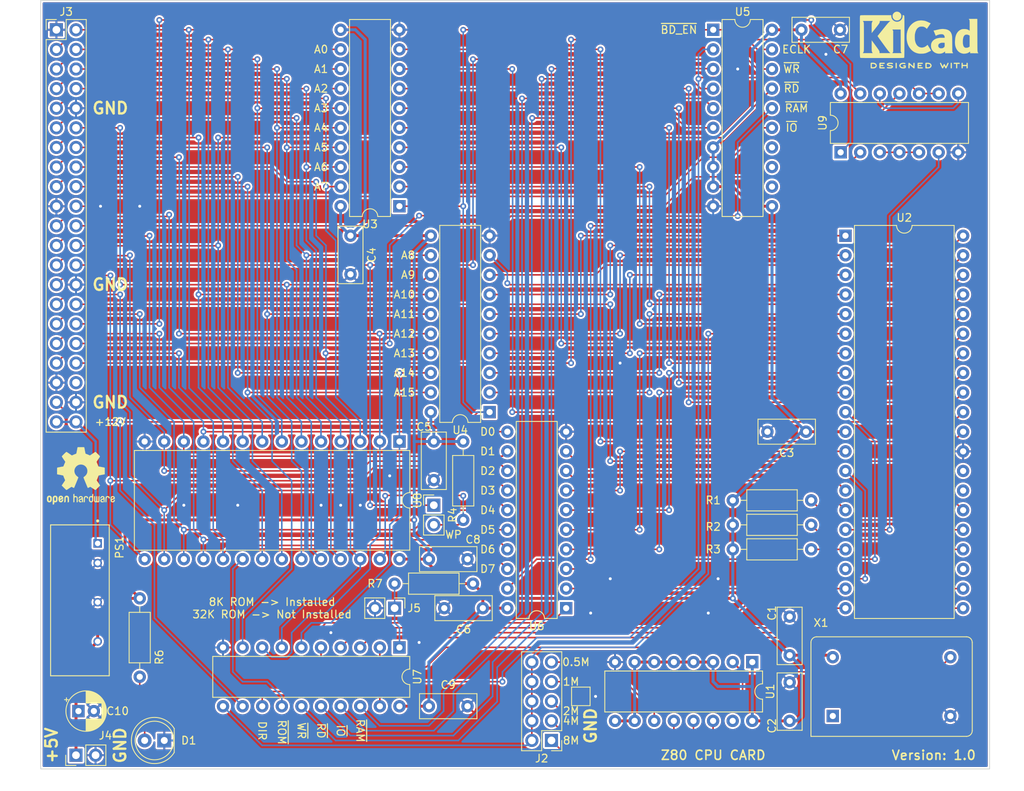
<source format=kicad_pcb>
(kicad_pcb (version 20211014) (generator pcbnew)
  (layers (0 "F.Cu" signal) (31 "B.Cu" signal) (34 "B.Paste" user) (35 "F.Paste" user) (36 "B.SilkS" user "B.Silkscreen") (37 "F.SilkS" user "F.Silkscreen") (38 "B.Mask" user) (39 "F.Mask" user) (44 "Edge.Cuts" user))
  (net 0 "")
  (net 1 "+5V")
  (net 2 "GND")
  (net 3 "Net-(U8-Pad27)")
  (net 4 "CLK")
  (net 5 "~{BD_EN}")
  (net 6 "/8M")
  (net 7 "+12V")
  (net 8 "/4M")
  (net 9 "/2M")
  (net 10 "/1M")
  (net 11 "/500K")
  (net 12 "Net-(U2-Pad25)")
  (net 13 "/A0")
  (net 14 "/A4")
  (net 15 "/A1")
  (net 16 "/A5")
  (net 17 "/A2")
  (net 18 "/A6")
  (net 19 "/A3")
  (net 20 "/A7")
  (net 21 "/D0")
  (net 22 "/D4")
  (net 23 "/D1")
  (net 24 "/D5")
  (net 25 "/D2")
  (net 26 "/D6")
  (net 27 "/D3")
  (net 28 "/D7")
  (net 29 "Net-(D1-Pad2)")
  (net 30 "B_A0")
  (net 31 "B_A4")
  (net 32 "B_A1")
  (net 33 "B_A5")
  (net 34 "B_A2")
  (net 35 "Net-(U2-Pad24)")
  (net 36 "B_A6")
  (net 37 "/A8")
  (net 38 "/A12")
  (net 39 "/A9")
  (net 40 "/A13")
  (net 41 "/A10")
  (net 42 "/A14")
  (net 43 "/A11")
  (net 44 "/A15")
  (net 45 "B_A3")
  (net 46 "Net-(U2-Pad17)")
  (net 48 "~{MREQ}")
  (net 49 "~{IORQ}")
  (net 51 "~{Z80_RD}")
  (net 52 "B_A7")
  (net 53 "B_D0")
  (net 55 "B_D4")
  (net 56 "B_D1")
  (net 57 "B_D5")
  (net 59 "B_D2")
  (net 60 "B_D6")
  (net 61 "B_D3")
  (net 62 "B_D7")
  (net 63 "B_ECLK")
  (net 64 "~{B_IO}")
  (net 65 "~{B_RD}")
  (net 66 "~{B_WR}")
  (net 67 "~{IRQ0}")
  (net 68 "~{IRQ1}")
  (net 69 "~{RESET}")
  (net 70 "PCLK")
  (net 71 "B_A8")
  (net 72 "B_A12")
  (net 73 "B_A9")
  (net 74 "B_A13")
  (net 75 "B_A10")
  (net 76 "B_A14")
  (net 77 "B_A11")
  (net 78 "B_A15")
  (net 79 "~{B_RAM}")
  (net 80 "~{IRQ}")
  (net 81 "~{Z80_WR}")
  (net 82 "ECLK")
  (net 83 "~{RAM}")
  (net 84 "~{IO}")
  (net 85 "~{RD}")
  (net 86 "~{WR}")
  (net 87 "Net-(U9-Pad3)")
  (net 90 "/MEM_CONN/~{ROM}")
  (net 91 "BUS_DIR")
  (net 92 "~{BUS_EN}")
  (net 93 "/MEM_CONN/32Kn")
  (net 94 "Net-(U9-Pad12)")
  (footprint "Package_DIP:DIP-16_W7.62mm" (layer "F.Cu") (at 148.575 136.525 -90)
    (fp_text reference "U1")
    (fp_text value "74HCT161")
  )
  (footprint "Resistor_THT:R_Axial_DIN0207_L6.3mm_D2.5mm_P10.16mm_Horizontal" (layer "F.Cu") (at 102.235 126.365)
    (fp_text reference "R7")
    (fp_text value "10.5K")
  )
  (footprint "Symbol:OSHW-Logo2_9.8x8mm_SilkScreen" (layer "F.Cu") (at 61.595 112.395)
    (fp_text reference "REF**" hide)
    (fp_text value "OSHW-Logo2_9.8x8mm_SilkScreen" hide)
  )
  (footprint "Resistor_THT:R_Axial_DIN0207_L6.3mm_D2.5mm_P10.16mm_Horizontal" (layer "F.Cu") (at 146.05 115.57)
    (fp_text reference "R1")
    (fp_text value "R")
  )
  (footprint "TestPoint:TestPoint_Pad_2.0x2.0mm" (layer "F.Cu") (at 126.365 140.97)
    (fp_text reference "TP1" hide)
    (fp_text value "TestPoint")
  )
  (footprint "Resistor_THT:R_Axial_DIN0207_L6.3mm_D2.5mm_P10.16mm_Horizontal" (layer "F.Cu") (at 146.05 121.92)
    (fp_text reference "R3")
    (fp_text value "R")
  )
  (footprint "Resistor_THT:R_Axial_DIN0207_L6.3mm_D2.5mm_P10.16mm_Horizontal" (layer "F.Cu") (at 69.215 128.27 -90)
    (fp_text reference "R6")
    (fp_text value "3.3K")
  )
  (footprint "Connector_PinHeader_2.54mm:PinHeader_1x02_P2.54mm_Vertical" (layer "F.Cu") (at 60.955 148.59 90)
    (fp_text reference "J4")
    (fp_text value "Conn_01x02")
  )
  (footprint "Connector_PinHeader_2.54mm:PinHeader_1x02_P2.54mm_Vertical" (layer "F.Cu") (at 102.235 129.54 -90)
    (fp_text reference "J5")
    (fp_text value "Conn_01x02")
  )
  (footprint "Capacitor_THT:CP_Radial_D5.0mm_P2.00mm" (layer "F.Cu") (at 61.274888 142.875)
    (fp_text reference "C10")
    (fp_text value "47 uF")
  )
  (footprint "Connector_PinHeader_2.54mm:PinHeader_1x02_P2.54mm_Vertical" (layer "F.Cu") (at 107.315 116.2)
    (fp_text reference "J1" hide)
    (fp_text value "Conn_02x01")
  )
  (footprint "Package_DIP:DIP-20_W7.62mm" (layer "F.Cu") (at 102.865 134.63 -90)
    (fp_text reference "U7")
    (fp_text value "ATF16V8C")
  )
  (footprint "Capacitor_THT:C_Rect_L7.2mm_W3.0mm_P5.00mm_FKS2_FKP2_MKS2_MKP2" (layer "F.Cu") (at 96.52 81.28 -90)
    (fp_text reference "C4")
    (fp_text value "0.1 uF")
  )
  (footprint "TBA_2-1211:CONV_TBA_2-1211" (layer "F.Cu") (at 61.468 128.524 -90)
    (fp_text reference "PS1")
    (fp_text value "TBA_2-1211")
  )
  (footprint "Capacitor_THT:C_Rect_L7.2mm_W3.0mm_P5.00mm_FKS2_FKP2_MKS2_MKP2" (layer "F.Cu") (at 154.94 54.61)
    (fp_text reference "C7")
    (fp_text value "0.1 uF")
  )
  (footprint "Oscillator:Oscillator_DIP-14" (layer "F.Cu") (at 159.004 143.51)
    (fp_text reference "X1")
    (fp_text value "8.0 MHz")
  )
  (footprint "Capacitor_THT:C_Rect_L7.2mm_W3.0mm_P5.00mm_FKS2_FKP2_MKS2_MKP2" (layer "F.Cu") (at 106.68 142.24)
    (fp_text reference "C9")
    (fp_text value "0.1 uF")
  )
  (footprint "Package_DIP:DIP-20_W7.62mm" (layer "F.Cu") (at 114.544 104.14 180)
    (fp_text reference "U4")
    (fp_text value "74LS573")
  )
  (footprint "Package_DIP:DIP-20_W7.62mm" (layer "F.Cu") (at 124.46 129.54 180)
    (fp_text reference "U6")
    (fp_text value "74LS245")
  )
  (footprint "Connector_PinHeader_2.54mm:PinHeader_2x21_P2.54mm_Vertical" (layer "F.Cu") (at 58.42 54.61)
    (fp_text reference "J3")
    (fp_text value "Conn_02x21_Odd_Even")
  )
  (footprint "Package_DIP:DIP-40_W15.24mm" (layer "F.Cu") (at 160.65 81.285)
    (fp_text reference "U2")
    (fp_text value "Z80CPU")
  )
  (footprint "Resistor_THT:R_Axial_DIN0207_L6.3mm_D2.5mm_P10.16mm_Horizontal" (layer "F.Cu") (at 146.05 118.745)
    (fp_text reference "R2")
    (fp_text value "R")
  )
  (footprint "Capacitor_THT:C_Rect_L7.2mm_W3.0mm_P5.00mm_FKS2_FKP2_MKS2_MKP2" (layer "F.Cu") (at 153.416 144.145 90)
    (fp_text reference "C2")
    (fp_text value "0.1 uF")
  )
  (footprint "Symbol:KiCad-Logo2_6mm_SilkScreen" (layer "F.Cu") (at 170.18 55.245)
    (fp_text reference "REF**" hide)
    (fp_text value "KiCad-Logo2_6mm_SilkScreen" hide)
  )
  (footprint "Package_DIP:DIP-20_W7.62mm" (layer "F.Cu") (at 143.51 54.61)
    (fp_text reference "U5")
    (fp_text value "74LS573")
  )
  (footprint "Capacitor_THT:C_Rect_L7.2mm_W3.0mm_P5.00mm_FKS2_FKP2_MKS2_MKP2" (layer "F.Cu") (at 153.416 135.636 90)
    (fp_text reference "C1")
    (fp_text value "0.1 uF")
  )
  (footprint "LED_THT:LED_D5.0mm" (layer "F.Cu") (at 72.395 146.685 180)
    (fp_text reference "D1")
    (fp_text value "IRL81A")
  )
  (footprint "Capacitor_THT:C_Rect_L7.2mm_W3.0mm_P5.00mm_FKS2_FKP2_MKS2_MKP2" (layer "F.Cu") (at 113.665 129.54 180)
    (fp_text reference "C6")
    (fp_text value "0.1 uF")
  )
  (footprint "Connector_PinHeader_2.54mm:PinHeader_2x05_P2.54mm_Vertical" (layer "F.Cu") (at 122.56 146.68 180)
    (fp_text reference "J2")
    (fp_text value "Conn_02x05_Odd_Even")
  )
  (footprint "Package_DIP:DIP-28_W15.24mm" (layer "F.Cu") (at 102.87 107.95 -90)
    (fp_text reference "U8")
    (fp_text value "28C256")
  )
  (footprint "Package_DIP:DIP-14_W7.62mm" (layer "F.Cu") (at 160.02 70.485 90)
    (fp_text reference "U9")
    (fp_text value "74LS00")
  )
  (footprint "Resistor_THT:R_Axial_DIN0207_L6.3mm_D2.5mm_P10.16mm_Horizontal" (layer "F.Cu") (at 111.125 118.11 90)
    (fp_text reference "R4")
    (fp_text value "10.5K")
  )
  (footprint "Capacitor_THT:C_Rect_L7.2mm_W3.0mm_P5.00mm_FKS2_FKP2_MKS2_MKP2" (layer "F.Cu") (at 155.535 106.68 180)
    (fp_text reference "C3")
    (fp_text value "0.1 uF")
  )
  (footprint "Capacitor_THT:C_Rect_L7.2mm_W3.0mm_P5.00mm_FKS2_FKP2_MKS2_MKP2" (layer "F.Cu") (at 106.68 123.19)
    (fp_text reference "C8")
    (fp_text value "0.1 uF")
  )
  (footprint "Capacitor_THT:C_Rect_L7.2mm_W3.0mm_P5.00mm_FKS2_FKP2_MKS2_MKP2" (layer "F.Cu") (at 107.315 107.95 -90)
    (fp_text reference "C5")
    (fp_text value "0.1 uF")
  )
  (footprint "Package_DIP:DIP-20_W7.62mm" (layer "F.Cu") (at 102.86 77.465 180)
    (fp_text reference "U3")
    (fp_text value "74LS573")
  )
  (gr_rect locked (start 56.388 50.8) (end 179.324 150.368) (layer "Edge.Cuts") (width 0.1) (fill none))
  (gr_text "D4" (at 114.3 116.84) (layer "F.SilkS") (effects (font (size 1 1))))
  (gr_text "D7" (at 114.3 124.46) (layer "F.SilkS") (effects (font (size 1 1))))
  (gr_text "A11" (at 103.505 91.44) (layer "F.SilkS") (effects (font (size 1 1))))
  (gr_text "A1" (at 92.71 59.69) (layer "F.SilkS") (effects (font (size 1 1))))
  (gr_text "+12V" (at 65.405 105.41) (layer "F.SilkS") (effects (font (size 1 1))))
  (gr_text "A4" (at 92.71 67.31) (layer "F.SilkS") (effects (font (size 1 1))))
  (gr_text "A13" (at 103.505 96.52) (layer "F.SilkS") (effects (font (size 1 1))))
  (gr_text "Version: 1.0" (at 172.085 148.59) (layer "F.SilkS") (effects (font (size 1.2 1.2) (thickness 0.2))))
  (gr_text "ECLK" (at 154.305 57.15) (layer "F.SilkS") (effects (font (size 1 1))))
  (gr_text "~{WR}" (at 90.17 145.415 270) (layer "F.SilkS") (effects (font (size 1 1))))
  (gr_text "A15" (at 103.505 101.6) (layer "F.SilkS") (effects (font (size 1 1))))
  (gr_text "A5" (at 92.71 69.85) (layer "F.SilkS") (effects (font (size 1 1))))
  (gr_text "A12" (at 103.505 93.98) (layer "F.SilkS") (effects (font (size 1 1))))
  (gr_text "A6" (at 92.71 72.39) (layer "F.SilkS") (effects (font (size 1 1))))
  (gr_text "WP" (at 109.855 120.015) (layer "F.SilkS") (effects (font (size 1 1))))
  (gr_text "Z80 CPU CARD" (at 143.51 148.59) (layer "F.SilkS") (effects (font (size 1.2 1.2) (thickness 0.2))))
  (gr_text "A10" (at 103.505 88.9) (layer "F.SilkS") (effects (font (size 1 1))))
  (gr_text "8M" (at 125.095 146.685) (layer "F.SilkS") (effects (font (size 1 1))))
  (gr_text "~{BD_EN}" (at 139.065 54.61) (layer "F.SilkS") (effects (font (size 1 1))))
  (gr_text "A9" (at 103.981191 86.36) (layer "F.SilkS") (effects (font (size 1 1))))
  (gr_text "~{IO}" (at 153.67 67.31) (layer "F.SilkS") (effects (font (size 1 1))))
  (gr_text "0.5M" (at 125.73 136.525) (layer "F.SilkS") (effects (font (size 1 1))))
  (gr_text "~{RD}" (at 92.71 145.415 270) (layer "F.SilkS") (effects (font (size 1 1))))
  (gr_text "DIR" (at 85.09 145.415 270) (layer "F.SilkS") (effects (font (size 1 1))))
  (gr_text "GND" (at 65.405 102.87) (layer "F.SilkS") (effects (font (size 1.5 1.5) (thickness 0.3))))
  (gr_text "~{RAM}" (at 154.305 64.77) (layer "F.SilkS") (effects (font (size 1 1))))
  (gr_text "D0" (at 114.3 106.68) (layer "F.SilkS") (effects (font (size 1 1))))
  (gr_text "GND" (at 127.635 144.78 90) (layer "F.SilkS") (effects (font (size 1.5 1.5) (thickness 0.3))))
  (gr_text "D5" (at 114.3 119.38) (layer "F.SilkS") (effects (font (size 1 1))))
  (gr_text "D2" (at 114.3 111.76) (layer "F.SilkS") (effects (font (size 1 1))))
  (gr_text "4M" (at 125.095 144.145) (layer "F.SilkS") (effects (font (size 1 1))))
  (gr_text "GND" (at 66.675 147.32 90) (layer "F.SilkS") (effects (font (size 1.5 1.5) (thickness 0.3))))
  (gr_text "D3" (at 114.3 114.3) (layer "F.SilkS") (effects (font (size 1 1))))
  (gr_text "A14" (at 103.505 99.06) (layer "F.SilkS") (effects (font (size 1 1))))
  (gr_text "D1" (at 114.3 109.22) (layer "F.SilkS") (effects (font (size 1 1))))
  (gr_text "A8" (at 103.981191 83.82) (layer "F.SilkS") (effects (font (size 1 1))))
  (gr_text "~{IO}" (at 95.25 145.415 270) (layer "F.SilkS") (effects (font (size 1 1))))
  (gr_text "A7" (at 92.71 74.93) (layer "F.SilkS") (effects (font (size 1 1))))
  (gr_text "~{RAM}" (at 97.79 145.415 270) (layer "F.SilkS") (effects (font (size 1 1))))
  (gr_text "~{RD}" (at 153.67 62.23) (layer "F.SilkS") (effects (font (size 1 1))))
  (gr_text "GND" (at 65.405 64.77) (layer "F.SilkS") (effects (font (size 1.5 1.5) (thickness 0.3))))
  (gr_text "A3" (at 92.71 64.77) (layer "F.SilkS") (effects (font (size 1 1))))
  (gr_text "D6" (at 114.3 121.92) (layer "F.SilkS") (effects (font (size 1 1))))
  (gr_text "8K ROM -> Installed\n32K ROM -> Not Installed" (at 86.36 129.54) (layer "F.SilkS") (effects (font (size 1 1))))
  (gr_text "A0" (at 92.71 57.15) (layer "F.SilkS") (effects (font (size 1 1))))
  (gr_text "A2" (at 92.71 62.23) (layer "F.SilkS") (effects (font (size 1 1))))
  (gr_text "+5V" (at 57.785 147.32 90) (layer "F.SilkS") (effects (font (size 1.5 1.5) (thickness 0.3))))
  (gr_text "~{WR}" (at 153.67 59.69) (layer "F.SilkS") (effects (font (size 1 1))))
  (gr_text "~{ROM}" (at 87.63 145.613333 270) (layer "F.SilkS") (effects (font (size 1 1))))
  (gr_text "GND" (at 65.405 87.63) (layer "F.SilkS") (effects (font (size 1.5 1.5) (thickness 0.3))))
  (gr_text "1M" (at 125.095 139.065) (layer "F.SilkS") (effects (font (size 1 1))))
  (gr_text "2M" (at 125.095 142.875) (layer "F.SilkS") (effects (font (size 1 1))))
  (segment (start 116.825 129.54) (end 113.665 129.54) (width 0.381) (layer "F.Cu") (net 1))
  (segment (start 63.768 133.849) (end 63.768 131.812) (width 0.381) (layer "F.Cu") (net 1))
  (segment (start 143.495 136.525) (end 133.335 136.525) (width 0.381) (layer "F.Cu") (net 1))
  (segment (start 153.416 135.636) (end 158.75 135.636) (width 0.381) (layer "F.Cu") (net 1))
  (segment (start 113.665 127.635) (end 113.665 128.27) (width 0.381) (layer "F.Cu") (net 1))
  (segment (start 60.96 148.585) (end 60.955 148.59) (width 0.381) (layer "F.Cu") (net 1))
  (segment (start 106.924 81.28) (end 96.52 81.28) (width 0.381) (layer "F.Cu") (net 1))
  (segment (start 160.65 106.685) (end 155.54 106.685) (width 0.381) (layer "F.Cu") (net 1))
  (segment (start 63.768 133.849) (end 60.96 136.657) (width 0.381) (layer "F.Cu") (net 1))
  (segment (start 67.31 126.365) (end 67.31 118.745) (width 0.381) (layer "F.Cu") (net 1))
  (segment (start 106.72 142.24) (end 102.885 142.24) (width 0.381) (layer "F.Cu") (net 1))
  (segment (start 113.665 128.27) (end 146.05 128.27) (width 0.381) (layer "F.Cu") (net 1))
  (segment (start 67.945 118.11) (end 104.775 118.11) (width 0.381) (layer "F.Cu") (net 1))
  (segment (start 133.335 144.145) (end 130.795 144.145) (width 0.381) (layer "F.Cu") (net 1))
  (segment (start 112.395 126.365) (end 113.665 127.635) (width 0.381) (layer "F.Cu") (net 1))
  (segment (start 69.215 128.27) (end 67.31 126.365) (width 0.381) (layer "F.Cu") (net 1))
  (segment (start 116.83 129.535) (end 116.825 129.54) (width 0.381) (layer "F.Cu") (net 1))
  (segment (start 67.31 128.27) (end 69.215 128.27) (width 0.381) (layer "F.Cu") (net 1))
  (segment (start 148.59 77.47) (end 146.05 74.93) (width 0.381) (layer "F.Cu") (net 1))
  (segment (start 60.96 136.657) (end 60.96 148.585) (width 0.381) (layer "F.Cu") (net 1))
  (segment (start 106.68 123.19) (end 102.865 123.19) (width 0.381) (layer "F.Cu") (net 1))
  (segment (start 63.768 131.812) (end 67.31 128.27) (width 0.381) (layer "F.Cu") (net 1))
  (segment (start 109.22 126.365) (end 106.68 123.825) (width 0.381) (layer "F.Cu") (net 1))
  (segment (start 112.395 126.365) (end 109.22 126.365) (width 0.381) (layer "F.Cu") (net 1))
  (segment (start 153.416 144.145) (end 148.575 144.145) (width 0.381) (layer "F.Cu") (net 1))
  (segment (start 151.13 54.61) (end 154.98 54.61) (width 0.381) (layer "F.Cu") (net 1))
  (segment (start 67.31 118.745) (end 67.945 118.11) (width 0.381) (layer "F.Cu") (net 1))
  (segment (start 102.885 142.24) (end 102.875 142.25) (width 0.381) (layer "F.Cu") (net 1))
  (segment (start 151.13 77.47) (end 148.59 77.47) (width 0.381) (layer "F.Cu") (net 1))
  (segment (start 106.68 123.825) (end 106.68 123.19) (width 0.381) (layer "F.Cu") (net 1))
  (segment (start 158.75 135.636) (end 159.004 135.89) (width 0.381) (layer "F.Cu") (net 1))
  (segment (start 146.05 74.93) (end 143.51 74.93) (width 0.381) (layer "F.Cu") (net 1))
  (segment (start 155.54 106.685) (end 155.535 106.68) (width 0.381) (layer "F.Cu") (net 1))
  (segment (start 113.665 129.54) (end 113.665 128.27) (width 0.381) (layer "F.Cu") (net 1))
  (via (at 104.775 118.11) (size 0.762) (drill 0.381) (layers "F.Cu" "B.Cu") (net 1))
  (via (at 146.05 128.27) (size 0.762) (drill 0.381) (layers "F.Cu" "B.Cu") (net 1))
  (segment (start 98.425 55.88) (end 97.15 54.605) (width 0.381) (layer "B.Cu") (net 1))
  (segment (start 106.68 121.92) (end 104.775 120.015) (width 0.381) (layer "B.Cu") (net 1))
  (segment (start 148.59 64.77) (end 148.59 57.15) (width 0.381) (layer "B.Cu") (net 1))
  (segment (start 143.495 139.05) (end 144.13 139.685) (width 0.381) (layer "B.Cu") (net 1))
  (segment (start 146.05 128.27) (end 146.05 121.92) (width 0.381) (layer "B.Cu") (net 1))
  (segment (start 96.52 81.28) (end 98.425 79.375) (width 0.381) (layer "B.Cu") (net 1))
  (segment (start 133.335 144.145) (end 133.335 136.525) (width 0.381) (layer "B.Cu") (net 1))
  (segment (start 154.305 144.145) (end 154.94 143.51) (width 0.381) (layer "B.Cu") (net 1))
  (segment (start 106.924 104.14) (end 106.924 105.9715) (width 0.381) (layer "B.Cu") (net 1))
  (segment (start 97.15 54.605) (end 95.24 54.605) (width 0.381) (layer "B.Cu") (net 1))
  (segment (start 111.125 107.95) (end 107.315 107.95) (width 0.381) (layer "B.Cu") (net 1))
  (segment (start 96.52 81.28) (end 95.24 80) (width 0.381) (layer "B.Cu") (net 1))
  (segment (start 104.775 120.015) (end 104.775 118.11) (width 0.381) (layer "B.Cu") (net 1))
  (segment (start 104.775 107.95) (end 104.775 83.429) (width 0.381) (layer "B.Cu") (net 1))
  (segment (start 154.94 143.51) (end 154.94 137.16) (width 0.381) (layer "B.Cu") (net 1))
  (segment (start 146.05 115.57) (end 146.05 121.92) (width 0.381) (layer "B.Cu") (net 1))
  (segment (start 153.416 144.145) (end 154.305 144.145) (width 0.381) (layer "B.Cu") (net 1))
  (segment (start 113.665 129.54) (end 106.68 136.525) (width 0.381) (layer "B.Cu") (net 1))
  (segment (start 160.02 61.595) (end 154.94 56.515) (width 0.381) (layer "B.Cu") (net 1))
  (segment (start 154.94 106.68) (end 146.05 115.57) (width 0.381) (layer "B.Cu") (net 1))
  (segment (start 154.94 56.515) (end 154.94 54.61) (width 0.381) (layer "B.Cu") (net 1))
  (segment (start 151.13 77.47) (end 151.13 102.275) (width 0.381) (layer "B.Cu") (net 1))
  (segment (start 95.24 77.465) (end 95.24 80) (width 0.381) (layer "B.Cu") (net 1))
  (segment (start 153.416 135.636) (end 146.05 128.27) (width 0.381) (layer "B.Cu") (net 1))
  (segment (start 154.94 137.16) (end 153.416 135.636) (width 0.381) (layer "B.Cu") (net 1))
  (segment (start 148.59 57.15) (end 151.13 54.61) (width 0.381) (layer "B.Cu") (net 1))
  (segment (start 144.13 139.685) (end 148.575 139.685) (width 0.381) (layer "B.Cu") (net 1))
  (segment (start 143.51 69.85) (end 143.51 74.93) (width 0.381) (layer "B.Cu") (net 1))
  (segment (start 143.495 136.525) (end 143.495 139.05) (width 0.381) (layer "B.Cu") (net 1))
  (segment (start 104.775 83.429) (end 106.924 81.28) (width 0.381) (layer "B.Cu") (net 1))
  (segment (start 98.425 79.375) (end 98.425 55.88) (width 0.381) (layer "B.Cu") (net 1))
  (segment (start 143.51 69.85) (end 148.59 64.77) (width 0.381) (layer "B.Cu") (net 1))
  (segment (start 155.535 106.68) (end 154.94 106.68) (width 0.381) (layer "B.Cu") (net 1))
  (segment (start 107.315 107.95) (end 104.775 107.95) (width 0.381) (layer "B.Cu") (net 1))
  (segment (start 104.775 107.95) (end 104.775 118.11) (width 0.381) (layer "B.Cu") (net 1))
  (segment (start 107.315 106.3625) (end 107.315 107.95) (width 0.381) (layer "B.Cu") (net 1))
  (segment (start 148.575 144.145) (end 148.575 139.685) (width 0.381) (layer "B.Cu") (net 1))
  (segment (start 160.02 62.865) (end 160.02 61.595) (width 0.381) (layer "B.Cu") (net 1))
  (segment (start 106.68 123.19) (end 106.68 121.92) (width 0.381) (layer "B.Cu") (net 1))
  (segment (start 106.924 105.9715) (end 107.315 106.3625) (width 0.381) (layer "B.Cu") (net 1))
  (segment (start 151.13 102.275) (end 155.535 106.68) (width 0.381) (layer "B.Cu") (net 1))
  (segment (start 148.575 139.685) (end 148.575 136.525) (width 0.381) (layer "B.Cu") (net 1))
  (segment (start 106.68 136.525) (end 106.68 142.24) (width 0.381) (layer "B.Cu") (net 1))
  (via (at 142.875 130.175) (size 0.762) (drill 0.381) (layers "F.Cu" "B.Cu") (net 2))
  (via (at 144.145 125.73) (size 0.762) (drill 0.381) (layers "F.Cu" "B.Cu") (net 2))
  (via (at 131.445 97.79) (size 0.762) (drill 0.381) (layers "F.Cu" "B.Cu") (net 2))
  (via (at 74.93 116.205) (size 0.762) (drill 0.381) (layers "F.Cu" "B.Cu") (net 2))
  (via (at 93.98 132.715) (size 0.762) (drill 0.381) (layers "F.Cu" "B.Cu") (net 2))
  (via (at 158.115 57.785) (size 0.762) (drill 0.381) (layers "F.Cu" "B.Cu") (net 2))
  (via (at 105.41 133.985) (size 0.762) (drill 0.381) (layers "F.Cu" "B.Cu") (net 2))
  (via (at 64.135 77.47) (size 0.762) (drill 0.381) (layers "F.Cu" "B.Cu") (net 2))
  (via (at 128.27 140.97) (size 0.762) (drill 0.381) (layers "F.Cu" "B.Cu") (net 2))
  (via (at 127.635 130.175) (size 0.762) (drill 0.381) (layers "F.Cu" "B.Cu") (net 2))
  (via (at 81.915 116.205) (size 0.762) (drill 0.381) (layers "F.Cu" "B.Cu") (net 2))
  (via (at 92.71 116.205) (size 0.762) (drill 0.381) (layers "F.Cu" "B.Cu") (net 2))
  (via (at 101.6 112.395) (size 0.762) (drill 0.381) (layers "F.Cu" "B.Cu") (net 2))
  (via (at 146.685 59.69) (size 0.762) (drill 0.381) (layers "F.Cu" "B.Cu") (net 2))
  (via (at 95.25 116.205) (size 0.762) (drill 0.381) (layers "F.Cu" "B.Cu") (net 2))
  (via (at 97.79 116.205) (size 0.762) (drill 0.381) (layers "F.Cu" "B.Cu") (net 2))
  (via (at 130.175 125.73) (size 0.762) (drill 0.381) (layers "F.Cu" "B.Cu") (net 2))
  (via (at 69.215 77.47) (size 0.762) (drill 0.381) (layers "F.Cu" "B.Cu") (net 2))
  (segment (start 111.124999 114.9853) (end 111.074699 114.935) (width 0.2032) (layer "F.Cu") (net 3))
  (segment (start 107.32 118.745) (end 107.315 118.74) (width 0.2032) (layer "F.Cu") (net 3))
  (segment (start 111.074699 114.935) (end 101.0656 114.935) (width 0.2032) (layer "F.Cu") (net 3))
  (segment (start 110.49 118.745) (end 107.32 118.745) (width 0.2032) (layer "F.Cu") (net 3))
  (segment (start 101.0656 114.935) (end 101.0153 114.9853) (width 0.2032) (layer "F.Cu") (net 3))
  (segment (start 111.125 118.11) (end 110.49 118.745) (width 0.2032) (layer "F.Cu") (net 3))
  (via (at 111.124999 114.9853) (size 0.762) (drill 0.381) (layers "F.Cu" "B.Cu") (net 3))
  (via (at 101.0153 114.9853) (size 0.762) (drill 0.381) (layers "F.Cu" "B.Cu") (net 3))
  (segment (start 100.33 123.19) (end 101.0153 122.5047) (width 0.2032) (layer "B.Cu") (net 3))
  (segment (start 111.125 118.11) (end 111.124999 114.9853) (width 0.2032) (layer "B.Cu") (net 3))
  (segment (start 101.0153 122.5047) (end 101.0153 114.9853) (width 0.2032) (layer "B.Cu") (net 3))
  (segment (start 120.015 136.525) (end 120.015 146.685) (width 0.2032) (layer "F.Cu") (net 4))
  (segment (start 142.88 93.985) (end 142.875 93.98) (width 0.2032) (layer "F.Cu") (net 4))
  (segment (start 160.65 93.985) (end 142.88 93.985) (width 0.2032) (layer "F.Cu") (net 4))
  (via (at 142.875 93.98) (size 0.762) (drill 0.381) (layers "F.Cu" "B.Cu") (net 4))
  (segment (start 85.075 147.32) (end 80.005 142.25) (width 0.2032) (layer "B.Cu") (net 4))
  (segment (start 121.285 134.62) (end 133.35 134.62) (width 0.2032) (layer "B.Cu") (net 4))
  (segment (start 119.38 147.32) (end 85.075 147.32) (width 0.2032) (layer "B.Cu") (net 4))
  (segment (start 120.02 135.885) (end 121.285 134.62) (width 0.2032) (layer "B.Cu") (net 4))
  (segment (start 120.02 136.52) (end 120.02 135.885) (width 0.2032) (layer "B.Cu") (net 4))
  (segment (start 133.35 134.62) (end 142.875 125.095) (width 0.2032) (layer "B.Cu") (net 4))
  (segment (start 120.02 146.68) (end 119.38 147.32) (width 0.2032) (layer "B.Cu") (net 4))
  (segment (start 142.875 125.095) (end 142.875 93.98) (width 0.2032) (layer "B.Cu") (net 4))
  (segment (start 143.51 54.61) (end 147.955 54.61) (width 0.2032) (layer "F.Cu") (net 5))
  (segment (start 58.42 102.87) (end 59.69 104.14) (width 0.2032) (layer "F.Cu") (net 5))
  (segment (start 66.675 105.41) (end 111.76 105.41) (width 0.2032) (layer "F.Cu") (net 5))
  (segment (start 59.69 104.14) (end 63.5 104.14) (width 0.2032) (layer "F.Cu") (net 5))
  (segment (start 63.5 104.14) (end 64.77 105.41) (width 0.2032) (layer "F.Cu") (net 5))
  (segment (start 170.18 62.865) (end 172.72 62.865) (width 0.2032) (layer "F.Cu") (net 5))
  (segment (start 149.225 55.88) (end 163.195 55.88) (width 0.2032) (layer "F.Cu") (net 5))
  (segment (start 64.77 105.41) (end 66.675 105.41) (width 0.2032) (layer "F.Cu") (net 5))
  (segment (start 111.12 77.465) (end 111.125 77.47) (width 0.2032) (layer "F.Cu") (net 5))
  (segment (start 163.195 55.88) (end 170.18 62.865) (width 0.2032) (layer "F.Cu") (net 5))
  (segment (start 147.955 54.61) (end 149.225 55.88) (width 0.2032) (layer "F.Cu") (net 5))
  (segment (start 143.51 54.61) (end 111.125 54.61) (width 0.2032) (layer "F.Cu") (net 5))
  (segment (start 113.03 104.14) (end 114.3 104.14) (width 0.2032) (layer "F.Cu") (net 5))
  (segment (start 111.76 105.41) (end 113.03 104.14) (width 0.2032) (layer "F.Cu") (net 5))
  (segment (start 102.86 77.465) (end 111.12 77.465) (width 0.2032) (layer "F.Cu") (net 5))
  (via (at 111.125 77.47) (size 0.762) (drill 0.381) (layers "F.Cu" "B.Cu") (net 5))
  (via (at 111.125 54.61) (size 0.762) (drill 0.381) (layers "F.Cu" "B.Cu") (net 5))
  (via (at 66.675 105.41) (size 0.762) (drill 0.381) (layers "F.Cu" "B.Cu") (net 5))
  (segment (start 71.12 130.825) (end 82.545 142.25) (width 0.2032) (layer "B.Cu") (net 5))
  (segment (start 66.675 105.41) (end 66.675 114.3) (width 0.2032) (layer "B.Cu") (net 5))
  (segment (start 112.395 104.14) (end 111.125 102.87) (width 0.2032) (layer "B.Cu") (net 5))
  (segment (start 66.675 114.3) (end 71.12 118.745) (width 0.2032) (layer "B.Cu") (net 5))
  (segment (start 71.12 118.745) (end 71.12 130.825) (width 0.2032) (layer "B.Cu") (net 5))
  (segment (start 111.125 102.87) (end 111.125 54.61) (width 0.2032) (layer "B.Cu") (net 5))
  (segment (start 114.3 104.14) (end 112.395 104.14) (width 0.2032) (layer "B.Cu") (net 5))
  (segment (start 146.685 137.16) (end 146.67 137.16) (width 0.2032) (layer "F.Cu") (net 6))
  (segment (start 146.67 137.16) (end 146.035 136.525) (width 0.2032) (layer "F.Cu") (net 6))
  (segment (start 174.244 135.89) (end 172.339 137.795) (width 0.2032) (layer "F.Cu") (net 6))
  (segment (start 124.240901 148.360901) (end 144.374099 148.360901) (width 0.2032) (layer "F.Cu") (net 6))
  (segment (start 172.339 137.795) (end 147.32 137.795) (width 0.2032) (layer "F.Cu") (net 6))
  (segment (start 147.32 145.415) (end 147.32 137.81) (width 0.2032) (layer "F.Cu") (net 6))
  (segment (start 122.56 146.68) (end 124.240901 148.360901) (width 0.2032) (layer "F.Cu") (net 6))
  (segment (start 147.32 137.81) (end 146.035 136.525) (width 0.2032) (layer "F.Cu") (net 6))
  (segment (start 147.32 137.795) (end 146.685 137.16) (width 0.2032) (layer "F.Cu") (net 6))
  (segment (start 144.374099 148.360901) (end 147.32 145.415) (width 0.2032) (layer "F.Cu") (net 6))
  (segment (start 63.5 107.95) (end 60.96 105.41) (width 0.3048) (layer "B.Cu") (net 7))
  (segment (start 63.768 121.149) (end 63.5 120.881) (width 0.3048) (layer "B.Cu") (net 7))
  (segment (start 58.42 105.41) (end 60.96 105.41) (width 0.3048) (layer "B.Cu") (net 7))
  (segment (start 63.5 120.881) (end 63.5 107.95) (width 0.3048) (layer "B.Cu") (net 7))
  (segment (start 140.97 147.955) (end 126.365 147.955) (width 0.2032) (layer "F.Cu") (net 8))
  (segment (start 126.365 147.955) (end 122.56 144.15) (width 0.2032) (layer "F.Cu") (net 8))
  (segment (start 122.56 144.15) (end 122.56 144.14) (width 0.2032) (layer "F.Cu") (net 8))
  (segment (start 143.495 144.145) (end 143.495 145.43) (width 0.2032) (layer "F.Cu") (net 8))
  (segment (start 143.495 145.43) (end 140.97 147.955) (width 0.2032) (layer "F.Cu") (net 8))
  (segment (start 140.955 144.145) (end 140.955 145.4225) (width 0.2032) (layer "F.Cu") (net 9))
  (segment (start 140.955 145.4225) (end 139.6925 146.685) (width 0.2032) (layer "F.Cu") (net 9))
  (segment (start 139.6925 146.685) (end 127.635 146.685) (width 0.2032) (layer "F.Cu") (net 9))
  (segment (start 127.635 146.685) (end 122.56 141.61) (width 0.2032) (layer "F.Cu") (net 9))
  (segment (start 122.56 141.61) (end 122.56 141.6) (width 0.2032) (layer "F.Cu") (net 9))
  (segment (start 128.905 139.065) (end 122.565 139.065) (width 0.2032) (layer "F.Cu") (net 10))
  (segment (start 129.54 139.7) (end 128.905 139.065) (width 0.2032) (layer "F.Cu") (net 10))
  (segment (start 129.54 145.445485) (end 129.54 139.7) (width 0.2032) (layer "F.Cu") (net 10))
  (segment (start 122.565 139.065) (end 122.56 139.06) (width 0.2032) (layer "F.Cu") (net 10))
  (segment (start 138.415 145.43) (end 137.795 146.05) (width 0.2032) (layer "F.Cu") (net 10))
  (segment (start 130.144515 146.05) (end 129.54 145.445485) (width 0.2032) (layer "F.Cu") (net 10))
  (segment (start 138.415 144.145) (end 138.415 145.43) (width 0.2032) (layer "F.Cu") (net 10))
  (segment (start 137.795 146.05) (end 130.144515 146.05) (width 0.2032) (layer "F.Cu") (net 10))
  (segment (start 135.875 142.86) (end 131.445 138.43) (width 0.2032) (layer "F.Cu") (net 11))
  (segment (start 135.875 144.145) (end 135.875 142.86) (width 0.2032) (layer "F.Cu") (net 11))
  (segment (start 122.565 136.525) (end 122.56 136.52) (width 0.2032) (layer "F.Cu") (net 11))
  (segment (start 124.46 136.525) (end 122.565 136.525) (width 0.2032) (layer "F.Cu") (net 11))
  (segment (start 126.365 138.43) (end 124.46 136.525) (width 0.2032) (layer "F.Cu") (net 11))
  (segment (start 131.445 138.43) (end 126.365 138.43) (width 0.2032) (layer "F.Cu") (net 11))
  (segment (start 170.815 118.11) (end 158.75 118.11) (width 0.2032) (layer "F.Cu") (net 12))
  (segment (start 172.09 119.385) (end 170.815 118.11) (width 0.2032) (layer "F.Cu") (net 12))
  (segment (start 175.89 119.385) (end 172.09 119.385) (width 0.2032) (layer "F.Cu") (net 12))
  (segment (start 158.75 118.11) (end 156.21 115.57) (width 0.2032) (layer "F.Cu") (net 12))
  (segment (start 174.625 107.95) (end 128.905 107.95) (width 0.2032) (layer "F.Cu") (net 13))
  (segment (start 102.86 57.145) (end 128.9 57.145) (width 0.2032) (layer "F.Cu") (net 13))
  (segment (start 128.9 57.145) (end 128.905 57.15) (width 0.2032) (layer "F.Cu") (net 13))
  (segment (start 175.89 106.685) (end 174.625 107.95) (width 0.2032) (layer "F.Cu") (net 13))
  (via (at 128.905 57.15) (size 0.762) (drill 0.381) (layers "F.Cu" "B.Cu") (net 13))
  (via (at 128.905 107.95) (size 0.762) (drill 0.381) (layers "F.Cu" "B.Cu") (net 13))
  (segment (start 128.905 107.95) (end 128.905 57.15) (width 0.2032) (layer "B.Cu") (net 13))
  (segment (start 175.89 96.525) (end 174.625 97.79) (width 0.2032) (layer "F.Cu") (net 14))
  (segment (start 137.79 67.305) (end 137.795 67.31) (width 0.2032) (layer "F.Cu") (net 14))
  (segment (start 102.86 67.305) (end 137.79 67.305) (width 0.2032) (layer "F.Cu") (net 14))
  (segment (start 174.625 97.79) (end 137.795 97.79) (width 0.2032) (layer "F.Cu") (net 14))
  (via (at 137.795 67.31) (size 0.762) (drill 0.381) (layers "F.Cu" "B.Cu") (net 14))
  (via (at 137.795 97.79) (size 0.762) (drill 0.381) (layers "F.Cu" "B.Cu") (net 14))
  (segment (start 137.795 67.31) (end 137.795 97.79) (width 0.2032) (layer "B.Cu") (net 14))
  (segment (start 125.095 104.14) (end 117.475 104.14) (width 0.2032) (layer "F.Cu") (net 15))
  (segment (start 126.365 105.41) (end 125.095 104.14) (width 0.2032) (layer "F.Cu") (net 15))
  (segment (start 174.625 105.41) (end 126.365 105.41) (width 0.2032) (layer "F.Cu") (net 15))
  (segment (start 117.47 59.685) (end 117.475 59.69) (width 0.2032) (layer "F.Cu") (net 15))
  (segment (start 102.86 59.685) (end 117.47 59.685) (width 0.2032) (layer "F.Cu") (net 15))
  (segment (start 175.89 104.145) (end 174.625 105.41) (width 0.2032) (layer "F.Cu") (net 15))
  (via (at 117.475 59.69) (size 0.762) (drill 0.381) (layers "F.Cu" "B.Cu") (net 15))
  (via (at 117.475 104.14) (size 0.762) (drill 0.381) (layers "F.Cu" "B.Cu") (net 15))
  (segment (start 117.5253 59.7403) (end 117.5253 104.0897) (width 0.2032) (layer "B.Cu") (net 15))
  (segment (start 117.5253 104.0897) (end 117.475 104.14) (width 0.2032) (layer "B.Cu") (net 15))
  (segment (start 117.475 59.69) (end 117.5253 59.7403) (width 0.2032) (layer "B.Cu") (net 15))
  (segment (start 102.86 69.845) (end 123.82 69.845) (width 0.2032) (layer "F.Cu") (net 16))
  (segment (start 123.82 69.845) (end 123.825 69.85) (width 0.2032) (layer "F.Cu") (net 16))
  (segment (start 174.625 95.25) (end 123.825 95.25) (width 0.2032) (layer "F.Cu") (net 16))
  (segment (start 175.89 93.985) (end 174.625 95.25) (width 0.2032) (layer "F.Cu") (net 16))
  (via (at 123.825 95.25) (size 0.762) (drill 0.381) (layers "F.Cu" "B.Cu") (net 16))
  (via (at 123.825 69.85) (size 0.762) (drill 0.381) (layers "F.Cu" "B.Cu") (net 16))
  (segment (start 123.825 95.25) (end 123.825 69.85) (width 0.2032) (layer "B.Cu") (net 16))
  (segment (start 175.89 101.605) (end 174.624998 102.870002) (width 0.2032) (layer "F.Cu") (net 17))
  (segment (start 174.624998 102.870002) (end 140.335 102.870002) (width 0.2032) (layer "F.Cu") (net 17))
  (segment (start 140.33 62.225) (end 140.335 62.23) (width 0.2032) (layer "F.Cu") (net 17))
  (segment (start 102.86 62.225) (end 140.33 62.225) (width 0.2032) (layer "F.Cu") (net 17))
  (via (at 140.335 62.23) (size 0.762) (drill 0.381) (layers "F.Cu" "B.Cu") (net 17))
  (via (at 140.335 102.870002) (size 0.762) (drill 0.381) (layers "F.Cu" "B.Cu") (net 17))
  (segment (start 140.335 62.23) (end 140.335 102.870002) (width 0.2032) (layer "B.Cu") (net 17))
  (segment (start 102.86 72.385) (end 133.98 72.385) (width 0.2032) (layer "F.Cu") (net 18))
  (segment (start 133.98 72.385) (end 133.985 72.39) (width 0.2032) (layer "F.Cu") (net 18))
  (segment (start 175.89 91.445) (end 174.625 92.71) (width 0.2032) (layer "F.Cu") (net 18))
  (segment (start 174.625 92.71) (end 133.985 92.71) (width 0.2032) (layer "F.Cu") (net 18))
  (via (at 133.985 92.71) (size 0.762) (drill 0.381) (layers "F.Cu" "B.Cu") (net 18))
  (via (at 133.985 72.39) (size 0.762) (drill 0.381) (layers "F.Cu" "B.Cu") (net 18))
  (segment (start 133.985 72.39) (end 133.985 92.71) (width 0.2032) (layer "B.Cu") (net 18))
  (segment (start 102.86 64.765) (end 139.06 64.765) (width 0.2032) (layer "F.Cu") (net 19))
  (segment (start 174.625 100.33) (end 139.065 100.33) (width 0.2032) (layer "F.Cu") (net 19))
  (segment (start 175.89 99.065) (end 174.625 100.33) (width 0.2032) (layer "F.Cu") (net 19))
  (segment (start 139.06 64.765) (end 139.065 64.77) (width 0.2032) (layer "F.Cu") (net 19))
  (via (at 139.065 100.33) (size 0.762) (drill 0.381) (layers "F.Cu" "B.Cu") (net 19))
  (via (at 139.065 64.77) (size 0.762) (drill 0.381) (layers "F.Cu" "B.Cu") (net 19))
  (segment (start 139.065 100.33) (end 139.065 64.77) (width 0.2032) (layer "B.Cu") (net 19))
  (segment (start 102.86 74.925) (end 135.25 74.925) (width 0.2032) (layer "F.Cu") (net 20))
  (segment (start 174.625 90.17) (end 135.255 90.17) (width 0.2032) (layer "F.Cu") (net 20))
  (segment (start 135.25 74.925) (end 135.255 74.93) (width 0.2032) (layer "F.Cu") (net 20))
  (segment (start 175.89 88.905) (end 174.625 90.17) (width 0.2032) (layer "F.Cu") (net 20))
  (via (at 135.255 74.93) (size 0.762) (drill 0.381) (layers "F.Cu" "B.Cu") (net 20))
  (via (at 135.255 90.17) (size 0.762) (drill 0.381) (layers "F.Cu" "B.Cu") (net 20))
  (segment (start 135.255 74.93) (end 135.255 90.17) (width 0.2032) (layer "B.Cu") (net 20))
  (segment (start 127 111.76) (end 124.46 109.22) (width 0.2032) (layer "F.Cu") (net 21))
  (segment (start 158.105 111.76) (end 127 111.76) (width 0.2032) (layer "F.Cu") (net 21))
  (segment (start 160.65 114.305) (end 158.105 111.76) (width 0.2032) (layer "F.Cu") (net 21))
  (segment (start 124.46 119.38) (end 133.985 119.38) (width 0.2032) (layer "F.Cu") (net 22))
  (segment (start 133.99 96.525) (end 133.985 96.52) (width 0.2032) (layer "F.Cu") (net 22))
  (segment (start 160.65 96.525) (end 133.99 96.525) (width 0.2032) (layer "F.Cu") (net 22))
  (via (at 133.985 96.52) (size 0.762) (drill 0.381) (layers "F.Cu" "B.Cu") (net 22))
  (via (at 133.985 119.38) (size 0.762) (drill 0.381) (layers "F.Cu" "B.Cu") (net 22))
  (segment (start 133.985 96.52) (end 133.985 119.38) (width 0.2032) (layer "B.Cu") (net 22))
  (segment (start 156.845 113.03) (end 125.73 113.03) (width 0.2032) (layer "F.Cu") (net 23))
  (segment (start 160.65 116.845) (end 158.115 114.31) (width 0.2032) (layer "F.Cu") (net 23))
  (segment (start 158.115 114.3) (end 156.845 113.03) (width 0.2032) (layer "F.Cu") (net 23))
  (segment (start 158.115 114.31) (end 158.115 114.3) (width 0.2032) (layer "F.Cu") (net 23))
  (segment (start 125.73 113.03) (end 124.46 111.76) (width 0.2032) (layer "F.Cu") (net 23))
  (segment (start 136.53 101.605) (end 136.525 101.6) (width 0.2032) (layer "F.Cu") (net 24))
  (segment (start 124.46 121.92) (end 136.525 121.92) (width 0.2032) (layer "F.Cu") (net 24))
  (segment (start 160.65 101.605) (end 136.53 101.605) (width 0.2032) (layer "F.Cu") (net 24))
  (via (at 136.525 101.6) (size 0.762) (drill 0.381) (layers "F.Cu" "B.Cu") (net 24))
  (via (at 136.525 121.92) (size 0.762) (drill 0.381) (layers "F.Cu" "B.Cu") (net 24))
  (segment (start 136.525 101.6) (end 136.525 121.92) (width 0.2032) (layer "B.Cu") (net 24))
  (segment (start 124.46 114.3) (end 131.445 114.3) (width 0.2032) (layer "F.Cu") (net 25))
  (segment (start 160.65 109.225) (end 131.445 109.225) (width 0.2032) (layer "F.Cu") (net 25))
  (via (at 131.445 114.3) (size 0.762) (drill 0.381) (layers "F.Cu" "B.Cu") (net 25))
  (via (at 131.445 109.225) (size 0.762) (drill 0.381) (layers "F.Cu" "B.Cu") (net 25))
  (segment (start 131.445 114.3) (end 131.445 109.225) (width 0.2032) (layer "B.Cu") (net 25))
  (segment (start 124.46 124.46) (end 130.175 124.46) (width 0.2032) (layer "F.Cu") (net 26))
  (segment (start 131.445 123.19) (end 164.465 123.19) (width 0.2032) (layer "F.Cu") (net 26))
  (segment (start 130.175 124.46) (end 131.445 123.19) (width 0.2032) (layer "F.Cu") (net 26))
  (via (at 164.465 123.19) (size 0.762) (drill 0.381) (layers "F.Cu" "B.Cu") (net 26))
  (segment (start 164.465 123.19) (end 164.465 107.96) (width 0.2032) (layer "B.Cu") (net 26))
  (segment (start 164.465 107.96) (end 160.65 104.145) (width 0.2032) (layer "B.Cu") (net 26))
  (segment (start 137.8 99.065) (end 137.795 99.06) (width 0.2032) (layer "F.Cu") (net 27))
  (segment (start 160.65 99.065) (end 137.8 99.065) (width 0.2032) (layer "F.Cu") (net 27))
  (segment (start 124.46 116.84) (end 137.795 116.84) (width 0.2032) (layer "F.Cu") (net 27))
  (via (at 137.795 116.84) (size 0.762) (drill 0.381) (layers "F.Cu" "B.Cu") (net 27))
  (via (at 137.795 99.06) (size 0.762) (drill 0.381) (layers "F.Cu" "B.Cu") (net 27))
  (segment (start 137.795 99.06) (end 137.795 116.84) (width 0.2032) (layer "B.Cu") (net 27))
  (segment (start 147.350485 127) (end 148.620485 125.73) (width 0.2032) (layer "F.Cu") (net 28))
  (segment (start 148.620485 125.73) (end 163.195 125.73) (width 0.2032) (layer "F.Cu") (net 28))
  (segment (start 124.46 127) (end 147.350485 127) (width 0.2032) (layer "F.Cu") (net 28))
  (via (at 163.195 125.73) (size 0.762) (drill 0.381) (layers "F.Cu" "B.Cu") (net 28))
  (segment (start 160.65 111.765) (end 163.195 114.31) (width 0.2032) (layer "B.Cu") (net 28))
  (segment (start 163.195 114.31) (end 163.195 125.73) (width 0.2032) (layer "B.Cu") (net 28))
  (segment (start 69.215 138.43) (end 69.215 141.605) (width 0.2032) (layer "F.Cu") (net 29))
  (segment (start 69.215 141.605) (end 69.855 142.245) (width 0.2032) (layer "F.Cu") (net 29))
  (segment (start 69.855 142.245) (end 69.855 146.685) (width 0.2032) (layer "F.Cu") (net 29))
  (segment (start 95.24 57.145) (end 93.975 57.145) (width 0.2032) (layer "F.Cu") (net 30))
  (segment (start 91.44 54.61) (end 60.96 54.61) (width 0.2032) (layer "F.Cu") (net 30))
  (segment (start 93.975 57.145) (end 91.44 54.61) (width 0.2032) (layer "F.Cu") (net 30))
  (via (at 75.565 54.61) (size 0.762) (drill 0.381) (layers "F.Cu" "B.Cu") (net 30))
  (segment (start 80 105.4) (end 75.6153 101.0153) (width 0.2032) (layer "B.Cu") (net 30))
  (segment (start 75.6153 101.0153) (end 75.6153 54.6603) (width 0.2032) (layer "B.Cu") (net 30))
  (segment (start 80 107.945) (end 80 105.4) (width 0.2032) (layer "B.Cu") (net 30))
  (segment (start 75.6153 54.6603) (end 75.565 54.61) (width 0.2032) (layer "B.Cu") (net 30))
  (segment (start 60.96 59.69) (end 86.995 59.69) (width 0.2032) (layer "F.Cu") (net 31))
  (segment (start 95.24 67.305) (end 87 67.305) (width 0.2032) (layer "F.Cu") (net 31))
  (via (at 87 67.305) (size 0.762) (drill 0.381) (layers "F.Cu" "B.Cu") (net 31))
  (via (at 86.995 59.69) (size 0.762) (drill 0.381) (layers "F.Cu" "B.Cu") (net 31))
  (segment (start 86.995 59.69) (end 86.995 67.3) (width 0.2032) (layer "B.Cu") (net 31))
  (segment (start 86.995 67.31) (end 86.995 102.221008) (width 0.2032) (layer "B.Cu") (net 31))
  (segment (start 86.995 67.3) (end 87 67.305) (width 0.2032) (layer "B.Cu") (net 31))
  (segment (start 86.995 102.221008) (end 90.16 105.386008) (width 0.2032) (layer "B.Cu") (net 31))
  (segment (start 87 67.305) (end 86.995 67.31) (width 0.2032) (layer "B.Cu") (net 31))
  (segment (start 90.16 105.386008) (end 90.16 107.945) (width 0.2032) (layer "B.Cu") (net 31))
  (segment (start 59.69 55.88) (end 78.105 55.88) (width 0.2032) (layer "F.Cu") (net 32))
  (segment (start 95.24 59.685) (end 93.975 59.685) (width 0.2032) (layer "F.Cu") (net 32))
  (segment (start 58.42 57.15) (end 59.69 55.88) (width 0.2032) (layer "F.Cu") (net 32))
  (segment (start 90.17 55.88) (end 78.105 55.88) (width 0.2032) (layer "F.Cu") (net 32))
  (segment (start 93.975 59.685) (end 90.17 55.88) (width 0.2032) (layer "F.Cu") (net 32))
  (via (at 78.105 55.88) (size 0.762) (drill 0.381) (layers "F.Cu" "B.Cu") (net 32))
  (segment (start 78.105 100.965) (end 78.105 55.88) (width 0.2032) (layer "B.Cu") (net 32))
  (segment (start 82.54 107.945) (end 82.54 105.4) (width 0.2032) (layer "B.Cu") (net 32))
  (segment (start 82.54 105.4) (end 78.105 100.965) (width 0.2032) (layer "B.Cu") (net 32))
  (segment (start 88.27 69.845) (end 88.265 69.85) (width 0.2032) (layer "F.Cu") (net 33))
  (segment (start 59.69 60.96) (end 88.265 60.96) (width 0.2032) (layer "F.Cu") (net 33))
  (segment (start 59.69 60.96) (end 58.42 62.23) (width 0.2032) (layer "F.Cu") (net 33))
  (segment (start 95.24 69.845) (end 88.27 69.845) (width 0.2032) (layer "F.Cu") (net 33))
  (via (at 88.265 69.85) (size 0.762) (drill 0.381) (layers "F.Cu" "B.Cu") (net 33))
  (via (at 88.265 60.96) (size 0.762) (drill 0.381) (layers "F.Cu" "B.Cu") (net 33))
  (segment (start 88.265 60.96) (end 88.265 69.85) (width 0.2032) (layer "B.Cu") (net 33))
  (segment (start 88.265 84.455) (end 88.265 69.85) (width 0.2032) (layer "B.Cu") (net 33))
  (segment (start 89.535 85.725) (end 88.265 84.455) (width 0.2032) (layer "B.Cu") (net 33))
  (segment (start 92.7 105.4) (end 89.535 102.235) (width 0.2032) (layer "B.Cu") (net 33))
  (segment (start 92.7 107.945) (end 92.7 105.4) (width 0.2032) (layer "B.Cu") (net 33))
  (segment (start 89.535 102.235) (end 89.535 85.725) (width 0.2032) (layer "B.Cu") (net 33))
  (segment (start 88.9 57.15) (end 60.96 57.15) (width 0.2032) (layer "F.Cu") (net 34))
  (segment (start 95.24 62.225) (end 93.975 62.225) (width 0.2032) (layer "F.Cu") (net 34))
  (segment (start 93.975 62.225) (end 88.9 57.15) (width 0.2032) (layer "F.Cu") (net 34))
  (via (at 80.645 57.15) (size 0.762) (drill 0.381) (layers "F.Cu" "B.Cu") (net 34))
  (segment (start 85.09 106.543061) (end 85.09 105.41) (width 0.2032) (layer "B.Cu") (net 34))
  (segment (start 85.08 107.945) (end 85.08 106.553061) (width 0.2032) (layer "B.Cu") (net 34))
  (segment (start 80.645 100.965) (end 80.645 57.15) (width 0.2032) (layer "B.Cu") (net 34))
  (segment (start 85.08 106.553061) (end 85.09 106.543061) (width 0.2032) (layer "B.Cu") (net 34))
  (segment (start 85.09 105.41) (end 80.645 100.965) (width 0.2032) (layer "B.Cu") (net 34))
  (segment (start 158.115 120.65) (end 156.21 118.745) (width 0.2032) (layer "F.Cu") (net 35))
  (segment (start 171.45 120.65) (end 158.115 120.65) (width 0.2032) (layer "F.Cu") (net 35))
  (segment (start 172.725 121.925) (end 171.45 120.65) (width 0.2032) (layer "F.Cu") (net 35))
  (segment (start 175.89 121.925) (end 172.725 121.925) (width 0.2032) (layer "F.Cu") (net 35))
  (segment (start 95.24 72.385) (end 90.81 72.385) (width 0.2032) (layer "F.Cu") (net 36))
  (segment (start 60.96 62.23) (end 90.805 62.23) (width 0.2032) (layer "F.Cu") (net 36))
  (segment (start 90.81 72.385) (end 90.805 72.39) (width 0.2032) (layer "F.Cu") (net 36))
  (via (at 90.805 72.39) (size 0.762) (drill 0.381) (layers "F.Cu" "B.Cu") (net 36))
  (via (at 90.805 62.23) (size 0.762) (drill 0.381) (layers "F.Cu" "B.Cu") (net 36))
  (segment (start 95.24 107.945) (end 95.24 105.4) (width 0.2032) (layer "B.Cu") (net 36))
  (segment (start 92.075 83.185) (end 90.805 81.915) (width 0.2032) (layer "B.Cu") (net 36))
  (segment (start 90.805 81.915) (end 90.805 72.39) (width 0.2032) (layer "B.Cu") (net 36))
  (segment (start 95.24 105.4) (end 92.075 102.235) (width 0.2032) (layer "B.Cu") (net 36))
  (segment (start 92.075 102.235) (end 92.075 83.185) (width 0.2032) (layer "B.Cu") (net 36))
  (segment (start 90.805 62.23) (end 90.805 72.39) (width 0.2032) (layer "B.Cu") (net 36))
  (segment (start 175.89 86.365) (end 174.625 87.63) (width 0.2032) (layer "F.Cu") (net 37))
  (segment (start 174.625 87.63) (end 117.032231 87.63) (width 0.2032) (layer "F.Cu") (net 37))
  (segment (start 117.032231 87.63) (end 116.84 87.437769) (width 0.2032) (layer "F.Cu") (net 37))
  (via (at 116.84 87.437769) (size 0.762) (drill 0.381) (layers "F.Cu" "B.Cu") (net 37))
  (segment (start 116.84 86.116) (end 116.84 87.437769) (width 0.2032) (layer "B.Cu") (net 37))
  (segment (start 114.544 83.82) (end 116.84 86.116) (width 0.2032) (layer "B.Cu") (net 37))
  (segment (start 114.544 93.98) (end 131.445 93.98) (width 0.2032) (layer "F.Cu") (net 38))
  (segment (start 160.65 83.825) (end 131.45 83.825) (width 0.2032) (layer "F.Cu") (net 38))
  (segment (start 131.45 83.825) (end 131.445 83.82) (width 0.2032) (layer "F.Cu") (net 38))
  (via (at 131.445 93.98) (size 0.762) (drill 0.381) (layers "F.Cu" "B.Cu") (net 38))
  (via (at 131.445 83.82) (size 0.762) (drill 0.381) (layers "F.Cu" "B.Cu") (net 38))
  (segment (start 131.445 83.82) (end 131.445 93.98) (width 0.2032) (layer "B.Cu") (net 38))
  (segment (start 174.625 85.09) (end 129.54 85.09) (width 0.2032) (layer "F.Cu") (net 39))
  (segment (start 128.27 86.36) (end 114.544 86.36) (width 0.2032) (layer "F.Cu") (net 39))
  (segment (start 175.89 83.825) (end 174.625 85.09) (width 0.2032) (layer "F.Cu") (net 39))
  (segment (start 129.54 85.09) (end 128.27 86.36) (width 0.2032) (layer "F.Cu") (net 39))
  (segment (start 132.72 86.365) (end 132.715 86.36) (width 0.2032) (layer "F.Cu") (net 40))
  (segment (start 114.544 96.52) (end 132.715 96.52) (width 0.2032) (layer "F.Cu") (net 40))
  (segment (start 160.65 86.365) (end 132.72 86.365) (width 0.2032) (layer "F.Cu") (net 40))
  (via (at 132.715 96.52) (size 0.762) (drill 0.381) (layers "F.Cu" "B.Cu") (net 40))
  (via (at 132.715 86.36) (size 0.762) (drill 0.381) (layers "F.Cu" "B.Cu") (net 40))
  (segment (start 132.715 96.52) (end 132.715 86.36) (width 0.2032) (layer "B.Cu") (net 40))
  (segment (start 114.544 88.9) (end 130.175 88.9) (width 0.2032) (layer "F.Cu") (net 41))
  (segment (start 174.625 82.55) (end 130.175 82.55) (width 0.2032) (layer "F.Cu") (net 41))
  (segment (start 175.89 81.285) (end 174.625 82.55) (width 0.2032) (layer "F.Cu") (net 41))
  (via (at 130.175 88.9) (size 0.762) (drill 0.381) (layers "F.Cu" "B.Cu") (net 41))
  (via (at 130.175 82.55) (size 0.762) (drill 0.381) (layers "F.Cu" "B.Cu") (net 41))
  (segment (start 130.175 88.9) (end 130.175 82.55) (width 0.2032) (layer "B.Cu") (net 41))
  (segment (start 136.53 88.905) (end 136.525 88.9) (width 0.2032) (layer "F.Cu") (net 42))
  (segment (start 160.65 88.905) (end 136.53 88.905) (width 0.2032) (layer "F.Cu") (net 42))
  (segment (start 114.544 99.06) (end 136.525 99.06) (width 0.2032) (layer "F.Cu") (net 42))
  (via (at 136.525 99.06) (size 0.762) (drill 0.381) (layers "F.Cu" "B.Cu") (net 42))
  (via (at 136.525 88.9) (size 0.762) (drill 0.381) (layers "F.Cu" "B.Cu") (net 42))
  (segment (start 136.525 88.9) (end 136.525 99.06) (width 0.2032) (layer "B.Cu") (net 42))
  (segment (start 160.65 81.285) (end 126.37 81.285) (width 0.2032) (layer "F.Cu") (net 43))
  (segment (start 114.544 91.44) (end 126.365 91.44) (width 0.2032) (layer "F.Cu") (net 43))
  (segment (start 126.37 81.285) (end 126.365 81.28) (width 0.2032) (layer "F.Cu") (net 43))
  (via (at 126.365 91.44) (size 0.762) (drill 0.381) (layers "F.Cu" "B.Cu") (net 43))
  (via (at 126.365 81.28) (size 0.762) (drill 0.381) (layers "F.Cu" "B.Cu") (net 43))
  (segment (start 126.365 91.44) (end 126.365 81.28) (width 0.2032) (layer "B.Cu") (net 43))
  (segment (start 135.26 91.445) (end 135.255 91.44) (width 0.2032) (layer "F.Cu") (net 44))
  (segment (start 114.544 101.6) (end 135.255 101.6) (width 0.2032) (layer "F.Cu") (net 44))
  (segment (start 160.65 91.445) (end 135.26 91.445) (width 0.2032) (layer "F.Cu") (net 44))
  (via (at 135.255 91.44) (size 0.762) (drill 0.381) (layers "F.Cu" "B.Cu") (net 44))
  (via (at 135.255 101.6) (size 0.762) (drill 0.381) (layers "F.Cu" "B.Cu") (net 44))
  (segment (start 135.255 91.44) (end 135.255 101.6) (width 0.2032) (layer "B.Cu") (net 44))
  (segment (start 95.24 64.765) (end 84.460791 64.765) (width 0.2032) (layer "F.Cu") (net 45))
  (segment (start 59.69 58.42) (end 84.455 58.42) (width 0.2032) (layer "F.Cu") (net 45))
  (segment (start 58.42 59.69) (end 59.69 58.42) (width 0.2032) (layer "F.Cu") (net 45))
  (segment (start 84.460791 64.765) (end 84.455 64.759209) (width 0.2032) (layer "F.Cu") (net 45))
  (via (at 84.455 58.42) (size 0.762) (drill 0.381) (layers "F.Cu" "B.Cu") (net 45))
  (via (at 84.455 64.759209) (size 0.762) (drill 0.381) (layers "F.Cu" "B.Cu") (net 45))
  (segment (start 84.455 101.996122) (end 84.455 64.759209) (width 0.2032) (layer "B.Cu") (net 45))
  (segment (start 87.62 107.945) (end 87.62 105.161122) (width 0.2032) (layer "B.Cu") (net 45))
  (segment (start 87.62 105.161122) (end 84.455 101.996122) (width 0.2032) (layer "B.Cu") (net 45))
  (segment (start 84.455 58.42) (end 84.455 64.759209) (width 0.2032) (layer "B.Cu") (net 45))
  (segment (start 160.65 121.925) (end 156.215 121.925) (width 0.2032) (layer "F.Cu") (net 46))
  (segment (start 156.215 121.925) (end 156.21 121.92) (width 0.2032) (layer "F.Cu") (net 46))
  (segment (start 97.79 132.08) (end 144.78 132.08) (width 0.2032) (layer "F.Cu") (net 48))
  (segment (start 149.855 127.005) (end 160.65 127.005) (width 0.2032) (layer "F.Cu") (net 48))
  (segment (start 95.25 134.62) (end 97.79 132.08) (width 0.2032) (layer "F.Cu") (net 48))
  (segment (start 144.78 132.08) (end 149.855 127.005) (width 0.2032) (layer "F.Cu") (net 48))
  (segment (start 146.05 132.715) (end 146.685 132.08) (width 0.2032) (layer "F.Cu") (net 49))
  (segment (start 99.7 132.715) (end 146.05 132.715) (width 0.2032) (layer "F.Cu") (net 49))
  (segment (start 158.12 129.545) (end 160.65 129.545) (width 0.2032) (layer "F.Cu") (net 49))
  (segment (start 97.785 134.63) (end 99.7 132.715) (width 0.2032) (layer "F.Cu") (net 49))
  (segment (start 146.685 132.08) (end 155.585 132.08) (width 0.2032) (layer "F.Cu") (net 49))
  (segment (start 155.585 132.08) (end 158.12 129.545) (width 0.2032) (layer "F.Cu") (net 49))
  (segment (start 149.225 133.35) (end 169.545 133.35) (width 0.2032) (layer "F.Cu") (net 51))
  (segment (start 173.35 129.545) (end 175.89 129.545) (width 0.2032) (layer "F.Cu") (net 51))
  (segment (start 147.955 134.62) (end 149.225 133.35) (width 0.2032) (layer "F.Cu") (net 51))
  (segment (start 92.705 134.63) (end 92.705 135.885) (width 0.2032) (layer "F.Cu") (net 51))
  (segment (start 92.705 135.885) (end 93.98 137.16) (width 0.2032) (layer "F.Cu") (net 51))
  (segment (start 108.8746 134.62) (end 147.955 134.62) (width 0.2032) (layer "F.Cu") (net 51))
  (segment (start 106.3346 137.16) (end 108.8746 134.62) (width 0.2032) (layer "F.Cu") (net 51))
  (segment (start 93.98 137.16) (end 106.3346 137.16) (width 0.2032) (layer "F.Cu") (net 51))
  (segment (start 169.545 133.35) (end 173.35 129.545) (width 0.2032) (layer "F.Cu") (net 51))
  (segment (start 59.69 63.5) (end 93.345 63.5) (width 0.2032) (layer "F.Cu") (net 52))
  (segment (start 93.35 74.925) (end 93.345 74.93) (width 0.2032) (layer "F.Cu") (net 52))
  (segment (start 58.42 64.77) (end 59.69 63.5) (width 0.2032) (layer "F.Cu") (net 52))
  (segment (start 95.24 74.925) (end 93.35 74.925) (width 0.2032) (layer "F.Cu") (net 52))
  (via (at 93.345 63.5) (size 0.762) (drill 0.381) (layers "F.Cu" "B.Cu") (net 52))
  (via (at 93.345 74.93) (size 0.762) (drill 0.381) (layers "F.Cu" "B.Cu") (net 52))
  (segment (start 97.78 107.945) (end 97.78 105.4) (width 0.2032) (layer "B.Cu") (net 52))
  (segment (start 97.78 105.4) (end 94.615 102.235) (width 0.2032) (layer "B.Cu") (net 52))
  (segment (start 93.345 80.645) (end 93.345 74.93) (width 0.2032) (layer "B.Cu") (net 52))
  (segment (start 93.345 74.93) (end 93.345 63.5) (width 0.2032) (layer "B.Cu") (net 52))
  (segment (start 94.615 102.235) (end 94.615 81.915) (width 0.2032) (layer "B.Cu") (net 52))
  (segment (start 94.615 81.915) (end 93.345 80.645) (width 0.2032) (layer "B.Cu") (net 52))
  (segment (start 58.42 80.01) (end 59.6397 78.7903) (width 0.2032) (layer "F.Cu") (net 53))
  (segment (start 72.7974 78.7903) (end 73.025 78.5627) (width 0.2032) (layer "F.Cu") (net 53))
  (segment (start 59.6397 78.7903) (end 72.7974 78.7903) (width 0.2032) (layer "F.Cu") (net 53))
  (segment (start 96.525 106.675) (end 96.52 106.68) (width 0.2032) (layer "F.Cu") (net 53))
  (segment (start 96.52 106.68) (end 77.47 106.68) (width 0.2032) (layer "F.Cu") (net 53))
  (segment (start 96.525 106.675) (end 116.83 106.675) (width 0.2032) (layer "F.Cu") (net 53))
  (via (at 77.47 106.68) (size 0.762) (drill 0.381) (layers "F.Cu" "B.Cu") (net 53))
  (via (at 73.025 78.5627) (size 0.762) (drill 0.381) (layers "F.Cu" "B.Cu") (net 53))
  (segment (start 77.47 106.68) (end 77.47 107.935) (width 0.2032) (layer "B.Cu") (net 53))
  (segment (start 77.47 106.68) (end 77.47 105.41) (width 0.2032) (layer "B.Cu") (net 53))
  (segment (start 73.025 100.965) (end 73.025 78.5627) (width 0.2032) (layer "B.Cu") (net 53))
  (segment (start 77.47 105.41) (end 73.025 100.965) (width 0.2032) (layer "B.Cu") (net 53))
  (segment (start 77.47 107.935) (end 77.46 107.945) (width 0.2032) (layer "B.Cu") (net 53))
  (segment (start 116.83 116.835) (end 114.295 114.3) (width 0.2032) (layer "F.Cu") (net 55))
  (segment (start 74.93 114.3) (end 72.39 116.84) (width 0.2032) (layer "F.Cu") (net 55))
  (segment (start 114.295 114.3) (end 74.93 114.3) (width 0.2032) (layer "F.Cu") (net 55))
  (segment (start 59.69 88.9) (end 66.675 88.9) (width 0.2032) (layer "F.Cu") (net 55))
  (segment (start 58.42 90.17) (end 59.69 88.9) (width 0.2032) (layer "F.Cu") (net 55))
  (via (at 66.675 88.9) (size 0.762) (drill 0.381) (layers "F.Cu" "B.Cu") (net 55))
  (via (at 72.39 116.84) (size 0.762) (drill 0.381) (layers "F.Cu" "B.Cu") (net 55))
  (segment (start 72.38 116.85) (end 72.39 116.84) (width 0.2032) (layer "B.Cu") (net 55))
  (segment (start 72.38 123.185) (end 72.38 116.85) (width 0.2032) (layer "B.Cu") (net 55))
  (segment (start 67.945 104.14) (end 67.945 112.395) (width 0.2032) (layer "B.Cu") (net 55))
  (segment (start 66.675 88.9) (end 66.675 102.87) (width 0.2032) (layer "B.Cu") (net 55))
  (segment (start 66.675 102.87) (end 67.945 104.14) (width 0.2032) (layer "B.Cu") (net 55))
  (segment (start 67.945 112.395) (end 72.39 116.84) (width 0.2032) (layer "B.Cu") (net 55))
  (segment (start 70.4347 81.3303) (end 70.485 81.28) (width 0.2032) (layer "F.Cu") (net 56))
  (segment (start 74.92 109.845) (end 74.93 109.855) (width 0.2032) (layer "F.Cu") (net 56))
  (segment (start 59.6397 81.3303) (end 70.4347 81.3303) (width 0.2032) (layer "F.Cu") (net 56))
  (segment (start 116.19 109.855) (end 116.83 109.215) (width 0.2032) (layer "F.Cu") (net 56))
  (segment (start 74.92 107.945) (end 74.92 109.845) (width 0.2032) (layer "F.Cu") (net 56))
  (segment (start 58.42 82.55) (end 59.6397 81.3303) (width 0.2032) (layer "F.Cu") (net 56))
  (segment (start 74.93 109.855) (end 116.19 109.855) (width 0.2032) (layer "F.Cu") (net 56))
  (via (at 70.485 81.28) (size 0.762) (drill 0.381) (layers "F.Cu" "B.Cu") (net 56))
  (segment (start 74.92 105.4) (end 70.485 100.965) (width 0.2032) (layer "B.Cu") (net 56))
  (segment (start 74.92 107.945) (end 74.92 105.4) (width 0.2032) (layer "B.Cu") (net 56))
  (segment (start 70.485 100.965) (end 70.485 81.28) (width 0.2032) (layer "B.Cu") (net 56))
  (segment (start 106.68 117.475) (end 104.78 119.375) (width 0.2032) (layer "F.Cu") (net 57))
  (segment (start 113.03 116.84) (end 109.855 116.84) (width 0.2032) (layer "F.Cu") (net 57))
  (segment (start 58.42 92.71) (end 59.69 91.44) (width 0.2032) (layer "F.Cu") (net 57))
  (segment (start 74.935 119.375) (end 74.93 119.38) (width 0.2032) (layer "F.Cu") (net 57))
  (segment (start 109.855 116.84) (end 109.22 117.475) (width 0.2032) (layer "F.Cu") (net 57))
  (segment (start 116.84 119.38) (end 115.57 119.38) (width 0.2032) (layer "F.Cu") (net 57))
  (segment (start 109.22 117.475) (end 106.68 117.475) (width 0.2032) (layer "F.Cu") (net 57))
  (segment (start 104.78 119.375) (end 74.935 119.375) (width 0.2032) (layer "F.Cu") (net 57))
  (segment (start 59.69 91.44) (end 69.215 91.44) (width 0.2032) (layer "F.Cu") (net 57))
  (segment (start 115.57 119.38) (end 113.03 116.84) (width 0.2032) (layer "F.Cu") (net 57))
  (via (at 69.215 91.44) (size 0.762) (drill 0.381) (layers "F.Cu" "B.Cu") (net 57))
  (via (at 74.93 119.38) (size 0.762) (drill 0.381) (layers "F.Cu" "B.Cu") (net 57))
  (segment (start 69.215 100.965) (end 73.66 105.41) (width 0.2032) (layer "B.Cu") (net 57))
  (segment (start 69.215 91.44) (end 69.215 100.965) (width 0.2032) (layer "B.Cu") (net 57))
  (segment (start 73.66 105.41) (end 73.66 118.11) (width 0.2032) (layer "B.Cu") (net 57))
  (segment (start 73.66 118.11) (end 74.92 119.37) (width 0.2032) (layer "B.Cu") (net 57))
  (segment (start 74.92 119.37) (end 74.92 123.185) (width 0.2032) (layer "B.Cu") (net 57))
  (segment (start 67.8947 83.8703) (end 67.945 83.82) (width 0.2032) (layer "F.Cu") (net 59))
  (segment (start 97.79 111.76) (end 99.06 110.49) (width 0.2032) (layer "F.Cu") (net 59))
  (segment (start 58.42 85.09) (end 59.6397 83.8703) (width 0.2032) (layer "F.Cu") (net 59))
  (segment (start 72.3875 111.76) (end 97.79 111.76) (width 0.2032) (layer "F.Cu") (net 59))
  (segment (start 115.565 110.49) (end 116.83 111.755) (width 0.2032) (layer "F.Cu") (net 59))
  (segment (start 99.06 110.49) (end 115.565 110.49) (width 0.2032) (layer "F.Cu") (net 59))
  (segment (start 59.6397 83.8703) (end 67.8947 83.8703) (width 0.2032) (layer "F.Cu") (net 59))
  (via (at 72.3875 111.76) (size 0.762) (drill 0.381) (layers "F.Cu" "B.Cu") (net 59))
  (via (at 67.945 83.82) (size 0.762) (drill 0.381) (layers "F.Cu" "B.Cu") (net 59))
  (segment (start 67.945 102.235) (end 67.945 83.82) (width 0.2032) (layer "B.Cu") (net 59))
  (segment (start 72.3875 111.76) (end 72.3875 106.6775) (width 0.2032) (layer "B.Cu") (net 59))
  (segment (start 72.3875 106.6775) (end 67.945 102.235) (width 0.2032) (layer "B.Cu") (net 59))
  (segment (start 115.596701 120.681701) (end 77.501701 120.681701) (width 0.2032) (layer "F.Cu") (net 60))
  (segment (start 58.42 95.25) (end 59.69 93.98) (width 0.2032) (layer "F.Cu") (net 60))
  (segment (start 77.501701 120.681701) (end 77.47 120.65) (width 0.2032) (layer "F.Cu") (net 60))
  (segment (start 116.83 121.915) (end 115.596701 120.681701) (width 0.2032) (layer "F.Cu") (net 60))
  (segment (start 59.69 93.98) (end 71.755 93.98) (width 0.2032) (layer "F.Cu") (net 60))
  (via (at 71.755 93.98) (size 0.762) (drill 0.381) (layers "F.Cu" "B.Cu") (net 60))
  (via (at 77.47 120.65) (size 0.762) (drill 0.381) (layers "F.Cu" "B.Cu") (net 60))
  (segment (start 76.2 119.38) (end 76.2 105.41) (width 0.2032) (layer "B.Cu") (net 60))
  (segment (start 76.2 105.41) (end 71.755 100.965) (width 0.2032) (layer "B.Cu") (net 60))
  (segment (start 77.46 120.66) (end 77.47 120.65) (width 0.2032) (layer "B.Cu") (net 60))
  (segment (start 77.47 120.65) (end 76.2 119.38) (width 0.2032) (layer "B.Cu") (net 60))
  (segment (start 77.46 123.185) (end 77.46 120.66) (width 0.2032) (layer "B.Cu") (net 60))
  (segment (start 71.755 100.965) (end 71.755 93.98) (width 0.2032) (layer "B.Cu") (net 60))
  (segment (start 113.66 111.125) (end 99.695 111.125) (width 0.2032) (layer "F.Cu") (net 61))
  (segment (start 58.42 87.63) (end 59.615324 86.434676) (width 0.2032) (layer "F.Cu") (net 61))
  (segment (start 59.615324 86.434676) (end 65.423461 86.434676) (width 0.2032) (layer "F.Cu") (net 61))
  (segment (start 99.695 111.125) (end 97.79 113.03) (width 0.2032) (layer "F.Cu") (net 61))
  (segment (start 116.83 114.295) (end 113.66 111.125) (width 0.2032) (layer "F.Cu") (net 61))
  (segment (start 97.79 113.03) (end 65.405 113.03) (width 0.2032) (layer "F.Cu") (net 61))
  (via (at 65.405 113.03) (size 0.762) (drill 0.381) (layers "F.Cu" "B.Cu") (net 61))
  (via (at 65.423461 86.434676) (size 0.762) (drill 0.381) (layers "F.Cu" "B.Cu") (net 61))
  (segment (start 65.405 86.453137) (end 65.405 113.03) (width 0.2032) (layer "B.Cu") (net 61))
  (segment (start 65.423461 86.434676) (end 65.405 86.453137) (width 0.2032) (layer "B.Cu") (net 61))
  (segment (start 65.405 118.75) (end 65.405 113.03) (width 0.2032) (layer "B.Cu") (net 61))
  (segment (start 69.84 123.185) (end 65.405 118.75) (width 0.2032) (layer "B.Cu") (net 61))
  (segment (start 81.069786 121.412499) (end 80 122.482285) (width 0.2032) (layer "F.Cu") (net 62))
  (segment (start 113.787499 121.412499) (end 81.069786 121.412499) (width 0.2032) (layer "F.Cu") (net 62))
  (segment (start 116.83 124.455) (end 113.787499 121.412499) (width 0.2032) (layer "F.Cu") (net 62))
  (segment (start 59.69 96.52) (end 58.42 97.79) (width 0.2032) (layer "F.Cu") (net 62))
  (segment (start 74.295 96.52) (end 59.69 96.52) (width 0.2032) (layer "F.Cu") (net 62))
  (segment (start 80 122.482285) (end 80 123.185) (width 0.2032) (layer "F.Cu") (net 62))
  (via (at 74.295 96.52) (size 0.762) (drill 0.381) (layers "F.Cu" "B.Cu") (net 62))
  (segment (start 78.74 105.41) (end 74.295 100.965) (width 0.2032) (layer "B.Cu") (net 62))
  (segment (start 80 123.185) (end 80 120.64) (width 0.2032) (layer "B.Cu") (net 62))
  (segment (start 78.74 119.38) (end 78.74 105.41) (width 0.2032) (layer "B.Cu") (net 62))
  (segment (start 80 120.64) (end 78.74 119.38) (width 0.2032) (layer "B.Cu") (net 62))
  (segment (start 74.295 100.965) (end 74.295 96.52) (width 0.2032) (layer "B.Cu") (net 62))
  (segment (start 60.96 97.79) (end 125.095 97.79) (width 0.2032) (layer "F.Cu") (net 63))
  (segment (start 151.13 57.15) (end 149.225 57.15) (width 0.2032) (layer "F.Cu") (net 63))
  (segment (start 147.955 55.88) (end 125.095 55.88) (width 0.2032) (layer "F.Cu") (net 63))
  (segment (start 149.225 57.15) (end 147.955 55.88) (width 0.2032) (layer "F.Cu") (net 63))
  (via (at 125.095 55.88) (size 0.762) (drill 0.381) (layers "F.Cu" "B.Cu") (net 63))
  (via (at 125.095 97.79) (size 0.762) (drill 0.381) (layers "F.Cu" "B.Cu") (net 63))
  (segment (start 125.095 97.79) (end 125.095 55.88) (width 0.2032) (layer "B.Cu") (net 63))
  (segment (start 149.86 67.31) (end 151.13 67.31) (width 0.2032) (layer "F.Cu") (net 64))
  (segment (start 62.23 77.47) (end 63.5 76.2) (width 0.2032) (layer "F.Cu") (net 64))
  (segment (start 137.16 76.2) (end 142.24 71.12) (width 0.2032) (layer "F.Cu") (net 64))
  (segment (start 60.96 77.47) (end 62.23 77.47) (width 0.2032) (layer "F.Cu") (net 64))
  (segment (start 146.05 71.12) (end 149.86 67.31) (width 0.2032) (layer "F.Cu") (net 64))
  (segment (start 142.24 71.12) (end 146.05 71.12) (width 0.2032) (layer "F.Cu") (net 64))
  (segment (start 63.5 76.2) (end 137.16 76.2) (width 0.2032) (layer "F.Cu") (net 64))
  (segment (start 151.13 62.23) (end 144.78 68.58) (width 0.2032) (layer "F.Cu") (net 65))
  (segment (start 144.78 68.58) (end 79.375 68.58) (width 0.2032) (layer "F.Cu") (net 65))
  (segment (start 79.3247 82.6003) (end 79.375 82.55) (width 0.2032) (layer "F.Cu") (net 65))
  (segment (start 61.0103 82.6003) (end 79.3247 82.6003) (width 0.2032) (layer "F.Cu") (net 65))
  (segment (start 60.96 82.55) (end 61.0103 82.6003) (width 0.2032) (layer "F.Cu") (net 65))
  (via (at 79.375 82.55) (size 0.762) (drill 0.381) (layers "F.Cu" "B.Cu") (net 65))
  (via (at 79.375 68.58) (size 0.762) (drill 0.381) (layers "F.Cu" "B.Cu") (net 65))
  (segment (start 79.375 68.58) (end 79.375 82.55) (width 0.2032) (layer "B.Cu") (net 65))
  (segment (start 79.375 100.965) (end 79.375 82.55) (width 0.2032) (layer "B.Cu") (net 65))
  (segment (start 87.62 114.29) (end 83.82 110.49) (width 0.2032) (layer "B.Cu") (net 65))
  (segment (start 87.62 123.185) (end 87.62 114.29) (width 0.2032) (layer "B.Cu") (net 65))
  (segment (start 83.82 105.41) (end 79.375 100.965) (width 0.2032) (layer "B.Cu") (net 65))
  (segment (start 83.82 110.49) (end 83.82 105.41) (width 0.2032) (layer "B.Cu") (net 65))
  (segment (start 60.96 85.09) (end 112.395 85.09) (width 0.2032) (layer "F.Cu") (net 66))
  (segment (start 107.31 116.205) (end 99.06 116.205) (width 0.2032) (layer "F.Cu") (net 66))
  (segment (start 147.955 58.42) (end 112.395 58.42) (width 0.2032) (layer "F.Cu") (net 66))
  (segment (start 151.13 59.69) (end 149.225 59.69) (width 0.2032) (layer "F.Cu") (net 66))
  (segment (start 149.225 59.69) (end 147.955 58.42) (width 0.2032) (layer "F.Cu") (net 66))
  (segment (start 107.315 116.2) (end 107.31 116.205) (width 0.2032) (layer "F.Cu") (net 66))
  (via (at 112.395 85.09) (size 0.762) (drill 0.381) (layers "F.Cu" "B.Cu") (net 66))
  (via (at 99.06 116.205) (size 0.762) (drill 0.381) (layers "F.Cu" "B.Cu") (net 66))
  (via (at 112.395 58.42) (size 0.762) (drill 0.381) (layers "F.Cu" "B.Cu") (net 66))
  (via (at 99.06 85.09) (size 0.762) (drill 0.381) (layers "F.Cu" "B.Cu") (net 66))
  (segment (start 99.06 85.09) (end 99.06 116.205) (width 0.2032) (layer "B.Cu") (net 66))
  (segment (start 112.395 58.42) (end 112.395 85.09) (width 0.2032) (layer "B.Cu") (net 66))
  (segment (start 60.96 92.71) (end 71.755 92.71) (width 0.2032) (layer "F.Cu") (net 67))
  (segment (start 71.755 53.34) (end 156.21 53.34) (width 0.2032) (layer "F.Cu") (net 67))
  (via (at 71.755 92.71) (size 0.762) (drill 0.381) (layers "F.Cu" "B.Cu") (net 67))
  (via (at 71.755 53.34) (size 0.762) (drill 0.381) (layers "F.Cu" "B.Cu") (net 67))
  (via (at 156.21 53.34) (size 0.762) (drill 0.381) (layers "F.Cu" "B.Cu") (net 67))
  (segment (start 160.02 70.485) (end 161.29 69.215) (width 0.2032) (layer "B.Cu") (net 67))
  (segment (start 161.29 59.055) (end 156.21 53.975) (width 0.2032) (layer "B.Cu") (net 67))
  (segment (start 156.21 53.975) (end 156.21 53.34) (width 0.2032) (layer "B.Cu") (net 67))
  (segment (start 71.755 92.71) (end 71.755 53.34) (width 0.2032) (layer "B.Cu") (net 67))
  (segment (start 161.29 69.215) (end 161.29 59.055) (width 0.2032) (layer "B.Cu") (net 67))
  (segment (start 137.16 77.47) (end 114.3 77.47) (width 0.2032) (layer "F.Cu") (net 68))
  (segment (start 140.97 73.66) (end 137.16 77.47) (width 0.2032) (layer "F.Cu") (net 68))
  (segment (start 60.96 95.25) (end 101.600002 95.25) (width 0.2032) (layer "F.Cu") (net 68))
  (segment (start 162.56 70.485) (end 159.385 73.66) (width 0.2032) (layer "F.Cu") (net 68))
  (segment (start 114.3 77.47) (end 113.0803 78.6897) (width 0.2032) (layer "F.Cu") (net 68))
  (segment (start 159.385 73.66) (end 140.97 73.66) (width 0.2032) (layer "F.Cu") (net 68))
  (segment (start 113.0803 78.6897) (end 105.41 78.6897) (width 0.2032) (layer "F.Cu") (net 68))
  (via (at 101.600002 95.25) (size 0.762) (drill 0.381) (layers "F.Cu" "B.Cu") (net 68))
  (via (at 105.41 78.6897) (size 0.762) (drill 0.381) (layers "F.Cu" "B.Cu") (net 68))
  (segment (start 101.6 95.25) (end 101.6 82.4997) (width 0.2032) (layer "B.Cu") (net 68))
  (segment (start 101.6 82.4997) (end 105.41 78.6897) (width 0.2032) (layer "B.Cu") (net 68))
  (segment (start 169.535 110.49) (end 130.175 110.49) (width 0.2032) (layer "F.Cu") (net 69))
  (segment (start 175.89 116.845) (end 169.535 110.49) (width 0.2032) (layer "F.Cu") (net 69))
  (segment (start 60.96 90.17) (end 130.175 90.17) (width 0.2032) (layer "F.Cu") (net 69))
  (via (at 130.175 90.17) (size 0.762) (drill 0.381) (layers "F.Cu" "B.Cu") (net 69))
  (via (at 130.175 110.49) (size 0.762) (drill 0.381) (layers "F.Cu" "B.Cu") (net 69))
  (segment (start 130.175 110.49) (end 130.175 90.17) (width 0.2032) (layer "B.Cu") (net 69))
  (segment (start 59.69 66.04) (end 89.535 66.04) (width 0.2032) (layer "F.Cu") (net 71))
  (segment (start 58.42 67.31) (end 59.69 66.04) (width 0.2032) (layer "F.Cu") (net 71))
  (segment (start 106.68 83.82) (end 90.805 83.82) (width 0.2032) (layer "F.Cu") (net 71))
  (via (at 89.535 66.04) (size 0.762) (drill 0.381) (layers "F.Cu" "B.Cu") (net 71))
  (via (at 90.805 83.82) (size 0.762) (drill 0.381) (layers "F.Cu" "B.Cu") (net 71))
  (segment (start 89.535 66.04) (end 89.535 82.55) (width 0.2032) (layer "B.Cu") (net 71))
  (segment (start 93.98 105.41) (end 90.805 102.235) (width 0.2032) (layer "B.Cu") (net 71))
  (segment (start 95.24 123.185) (end 93.98 121.925) (width 0.2032) (layer "B.Cu") (net 71))
  (segment (start 90.805 102.235) (end 90.805 83.82) (width 0.2032) (layer "B.Cu") (net 71))
  (segment (start 89.535 82.55) (end 90.805 83.82) (width 0.2032) (layer "B.Cu") (net 71))
  (segment (start 93.98 121.925) (end 93.98 105.41) (width 0.2032) (layer "B.Cu") (net 71))
  (segment (start 59.69 71.12) (end 74.295 71.12) (width 0.2032) (layer "F.Cu") (net 72))
  (segment (start 106.68 93.98) (end 74.295 93.98) (width 0.2032) (layer "F.Cu") (net 72))
  (segment (start 58.42 72.39) (end 59.69 71.12) (width 0.2032) (layer "F.Cu") (net 72))
  (via (at 100.2797 93.98) (size 0.762) (drill 0.381) (layers "F.Cu" "B.Cu") (net 72))
  (via (at 74.295 93.98) (size 0.762) (drill 0.381) (layers "F.Cu" "B.Cu") (net 72))
  (via (at 74.295 71.12) (size 0.762) (drill 0.381) (layers "F.Cu" "B.Cu") (net 72))
  (segment (start 91.44 130.175) (end 88.9 132.715) (width 0.2032) (layer "B.Cu") (net 72))
  (segment (start 99.06 121.34597) (end 99.06 124.46) (width 0.2032) (layer "B.Cu") (net 72))
  (segment (start 88.265 135.89) (end 86.345 135.89) (width 0.2032) (layer "B.Cu") (net 72))
  (segment (start 100.32 94.0203) (end 100.2797 93.98) (width 0.2032) (layer "B.Cu") (net 72))
  (segment (start 100.32 107.945) (end 100.32 94.0203) (width 0.2032) (layer "B.Cu") (net 72))
  (segment (start 74.295 71.12) (end 74.3453 71.1703) (width 0.2032) (layer "B.Cu") (net 72))
  (segment (start 93.345 130.175) (end 91.44 130.175) (width 0.2032) (layer "B.Cu") (net 72))
  (segment (start 86.345 135.89) (end 85.085 134.63) (width 0.2032) (layer "B.Cu") (net 72))
  (segment (start 88.9 135.255) (end 88.265 135.89) (width 0.2032) (layer "B.Cu") (net 72))
  (segment (start 74.3453 71.1703) (end 74.3453 93.9297) (width 0.2032) (layer "B.Cu") (net 72))
  (segment (start 100.33 107.95) (end 100.33 120.07597) (width 0.2032) (layer "B.Cu") (net 72))
  (segment (start 74.3453 93.9297) (end 74.295 93.98) (width 0.2032) (layer "B.Cu") (net 72))
  (segment (start 100.33 120.07597) (end 99.06 121.34597) (width 0.2032) (layer "B.Cu") (net 72))
  (segment (start 88.9 132.715) (end 88.9 135.255) (width 0.2032) (layer "B.Cu") (net 72))
  (segment (start 99.06 124.46) (end 93.345 130.175) (width 0.2032) (layer "B.Cu") (net 72))
  (segment (start 88.265 87.63) (end 66.675 87.63) (width 0.2032) (layer "F.Cu") (net 73))
  (segment (start 106.68 86.36) (end 105.41 87.63) (width 0.2032) (layer "F.Cu") (net 73))
  (segment (start 105.41 87.63) (end 88.265 87.63) (width 0.2032) (layer "F.Cu") (net 73))
  (segment (start 60.96 67.31) (end 66.675 67.31) (width 0.2032) (layer "F.Cu") (net 73))
  (via (at 66.675 87.63) (size 0.762) (drill 0.381) (layers "F.Cu" "B.Cu") (net 73))
  (via (at 88.265 87.63) (size 0.762) (drill 0.381) (layers "F.Cu" "B.Cu") (net 73))
  (via (at 66.675 67.31) (size 0.762) (drill 0.381) (layers "F.Cu" "B.Cu") (net 73))
  (segment (start 66.675 67.31) (end 66.675 87.63) (width 0.2032) (layer "B.Cu") (net 73))
  (segment (start 91.44 105.41) (end 88.265 102.235) (width 0.2032) (layer "B.Cu") (net 73))
  (segment (start 91.44 121.925) (end 91.44 105.41) (width 0.2032) (layer "B.Cu") (net 73))
  (segment (start 92.7 123.185) (end 91.44 121.925) (width 0.2032) (layer "B.Cu") (net 73))
  (segment (start 88.265 102.235) (end 88.265 87.63) (width 0.2032) (layer "B.Cu") (net 73))
  (segment (start 88.265 74.295) (end 92.075 74.295) (width 0.2032) (layer "F.Cu") (net 74))
  (segment (start 86.36 72.39) (end 88.265 74.295) (width 0.2032) (layer "F.Cu") (net 74))
  (segment (start 60.96 72.39) (end 86.36 72.39) (width 0.2032) (layer "F.Cu") (net 74))
  (segment (start 106.68 96.52) (end 93.2947 96.52) (width 0.2032) (layer "F.Cu") (net 74))
  (via (at 93.2947 96.52) (size 0.762) (drill 0.381) (layers "F.Cu" "B.Cu") (net 74))
  (via (at 92.075 74.295) (size 0.762) (drill 0.381) (layers "F.Cu" "B.Cu") (net 74))
  (segment (start 93.345 82.55) (end 93.345 96.4697) (width 0.2032) (layer "B.Cu") (net 74))
  (segment (start 87.625 132.085) (end 87.625 134.63) (width 0.2032) (layer "B.Cu") (net 74))
  (segment (start 92.075 74.295) (end 92.075 81.28) (width 0.2032) (layer "B.Cu") (net 74))
  (segment (start 96.52 105.41) (end 93.345 102.235) (width 0.2032) (layer "B.Cu") (net 74))
  (segment (start 92.075 81.28) (end 93.345 82.55) (width 0.2032) (layer "B.Cu") (net 74))
  (segment (start 90.805 128.905) (end 87.625 132.085) (width 0.2032) (layer "B.Cu") (net 74))
  (segment (start 96.52 121.925) (end 96.52 105.41) (width 0.2032) (layer "B.Cu") (net 74))
  (segment (start 93.345 102.235) (end 93.345 96.5703) (width 0.2032) (layer "B.Cu") (net 74))
  (segment (start 93.345 96.4697) (end 93.2947 96.52) (width 0.2032) (layer "B.Cu") (net 74))
  (segment (start 93.345 96.5703) (end 93.2947 96.52) (width 0.2032) (layer "B.Cu") (net 74))
  (segment (start 97.79 124.46) (end 93.345 128.905) (width 0.2032) (layer "B.Cu") (net 74))
  (segment (start 97.78 123.185) (end 96.52 121.925) (width 0.2032) (layer "B.Cu") (net 74))
  (segment (start 97.79 123.19) (end 97.79 124.46) (width 0.2032) (layer "B.Cu") (net 74))
  (segment (start 93.345 128.905) (end 90.805 128.905) (width 0.2032) (layer "B.Cu") (net 74))
  (segment (start 58.42 69.85) (end 59.69 68.58) (width 0.2032) (layer "F.Cu") (net 75))
  (segment (start 59.69 68.58) (end 76.835 68.58) (width 0.2032) (layer "F.Cu") (net 75))
  (segment (start 106.68 88.9) (end 76.835 88.9) (width 0.2032) (layer "F.Cu") (net 75))
  (via (at 76.835 68.58) (size 0.762) (drill 0.381) (layers "F.Cu" "B.Cu") (net 75))
  (via (at 76.835 88.9) (size 0.762) (drill 0.381) (layers "F.Cu" "B.Cu") (net 75))
  (segment (start 76.835 100.965) (end 81.28 105.41) (width 0.2032) (layer "B.Cu") (net 75))
  (segment (start 76.835 68.58) (end 76.835 88.9) (width 0.2032) (layer "B.Cu") (net 75))
  (segment (start 76.835 88.9) (end 76.835 100.965) (width 0.2032) (layer "B.Cu") (net 75))
  (segment (start 81.28 110.49) (end 85.08 114.29) (width 0.2032) (layer "B.Cu") (net 75))
  (segment (start 81.28 105.41) (end 81.28 110.49) (width 0.2032) (layer "B.Cu") (net 75))
  (segment (start 85.08 114.29) (end 85.08 123.18) (width 0.2032) (layer "B.Cu") (net 75))
  (segment (start 85.08 123.18) (end 85.09 123.19) (width 0.2032) (layer "B.Cu") (net 75))
  (segment (start 58.42 74.93) (end 59.69 73.66) (width 0.2032) (layer "F.Cu") (net 76))
  (segment (start 106.68 99.06) (end 81.915 99.06) (width 0.2032) (layer "F.Cu") (net 76))
  (segment (start 59.69 73.66) (end 81.915 73.66) (width 0.2032) (layer "F.Cu") (net 76))
  (via (at 81.915 99.06) (size 0.762) (drill 0.381) (layers "F.Cu" "B.Cu") (net 76))
  (via (at 102.87 99.06) (size 0.762) (drill 0.381) (layers "F.Cu" "B.Cu") (net 76))
  (via (at 81.915 73.66) (size 0.762) (drill 0.381) (layers "F.Cu" "B.Cu") (net 76))
  (segment (start 101.6 123.825) (end 93.98 131.445) (width 0.2032) (layer "B.Cu") (net 76))
  (segment (start 91.44 131.445) (end 90.165 132.72) (width 0.2032) (layer "B.Cu") (net 76))
  (segment (start 102.86 99.07) (end 102.87 99.06) (width 0.2032) (layer "B.Cu") (net 76))
  (segment (start 93.98 131.445) (end 91.44 131.445) (width 0.2032) (layer "B.Cu") (net 76))
  (segment (start 102.87 107.955) (end 102.86 107.945) (width 0.2032) (layer "B.Cu") (net 76))
  (segment (start 102.86 107.945) (end 102.86 99.07) (width 0.2032) (layer "B.Cu") (net 76))
  (segment (start 90.165 132.72) (end 90.165 134.63) (width 0.2032) (layer "B.Cu") (net 76))
  (segment (start 81.915 99.06) (end 81.915 73.66) (width 0.2032) (layer "B.Cu") (net 76))
  (segment (start 102.87 117.475) (end 101.6 118.745) (width 0.2032) (layer "B.Cu") (net 76))
  (segment (start 101.6 118.745) (end 101.6 123.825) (width 0.2032) (layer "B.Cu") (net 76))
  (segment (start 102.87 107.95) (end 102.87 117.475) (width 0.2032) (layer "B.Cu") (net 76))
  (segment (start 106.68 91.44) (end 85.725 91.44) (width 0.2032) (layer "F.Cu") (net 77))
  (segment (start 60.96 69.85) (end 85.725 69.85) (width 0.2032) (layer "F.Cu") (net 77))
  (via (at 85.725 69.85) (size 0.762) (drill 0.381) (layers "F.Cu" "B.Cu") (net 77))
  (via (at 85.725 91.44) (size 0.762) (drill 0.381) (layers "F.Cu" "B.Cu") (net 77))
  (segment (start 85.725 91.44) (end 85.725 102.160038) (width 0.2032) (layer "B.Cu") (net 77))
  (segment (start 88.9 105.335038) (end 88.9 110.495) (width 0.2032) (layer "B.Cu") (net 77))
  (segment (start 90.16 123.18) (end 90.17 123.19) (width 0.2032) (layer "B.Cu") (net 77))
  (segment (start 85.725 69.85) (end 85.725 91.44) (width 0.2032) (layer "B.Cu") (net 77))
  (segment (start 85.725 102.160038) (end 88.9 105.335038) (width 0.2032) (layer "B.Cu") (net 77))
  (segment (start 90.16 111.755) (end 90.16 123.18) (width 0.2032) (layer "B.Cu") (net 77))
  (segment (start 88.9 110.495) (end 90.16 111.755) (width 0.2032) (layer "B.Cu") (net 77))
  (segment (start 60.96 74.93) (end 83.185 74.93) (width 0.2032) (layer "F.Cu") (net 78))
  (segment (start 106.68 101.6) (end 83.185 101.6) (width 0.2032) (layer "F.Cu") (net 78))
  (via (at 83.185 74.93) (size 0.762) (drill 0.381) (layers "F.Cu" "B.Cu") (net 78))
  (via (at 83.185 101.6) (size 0.762) (drill 0.381) (layers "F.Cu" "B.Cu") (net 78))
  (segment (start 83.185 101.6) (end 83.185 74.93) (width 0.2032) (layer "B.Cu") (net 78))
  (segment (start 82.545 130.815) (end 82.545 134.63) (width 0.2032) (layer "B.Cu") (net 78))
  (segment (start 86.36 110.49) (end 88.9 113.03) (width 0.2032) (layer "B.Cu") (net 78))
  (segment (start 88.9 124.46) (end 82.545 130.815) (width 0.2032) (layer "B.Cu") (net 78))
  (segment (start 83.185 101.6) (end 83.185 102.235) (width 0.2032) (layer "B.Cu") (net 78))
  (segment (start 88.9 113.03) (end 88.9 124.46) (width 0.2032) (layer "B.Cu") (net 78))
  (segment (start 86.36 105.41) (end 86.36 110.49) (width 0.2032) (layer "B.Cu") (net 78))
  (segment (start 83.185 102.235) (end 86.36 105.41) (width 0.2032) (layer "B.Cu") (net 78))
  (segment (start 60.96 80.01) (end 116.037919 80.01) (width 0.2032) (layer "F.Cu") (net 79))
  (segment (start 117.307919 78.74) (end 146.685 78.74) (width 0.2032) (layer "F.Cu") (net 79))
  (segment (start 116.037919 80.01) (end 117.307919 78.74) (width 0.2032) (layer "F.Cu") (net 79))
  (via (at 146.685 78.74) (size 0.762) (drill 0.381) (layers "F.Cu" "B.Cu") (net 79))
  (segment (start 151.13 64.77) (end 146.685 69.215) (width 0.2032) (layer "B.Cu") (net 79))
  (segment (start 146.685 69.215) (end 146.685 78.74) (width 0.2032) (layer "B.Cu") (net 79))
  (segment (start 166.365 119.385) (end 166.37 119.38) (width 0.2032) (layer "F.Cu") (net 80))
  (segment (start 160.65 119.385) (end 166.365 119.385) (width 0.2032) (layer "F.Cu") (net 80))
  (via (at 166.37 119.38) (size 0.762) (drill 0.381) (layers "F.Cu" "B.Cu") (net 80))
  (segment (start 172.72 72.39) (end 172.72 70.485) (width 0.2032) (layer "B.Cu") (net 80))
  (segment (start 166.37 78.74) (end 172.72 72.39) (width 0.2032) (layer "B.Cu") (net 80))
  (segment (start 166.37 119.38) (end 166.37 78.74) (width 0.2032) (layer "B.Cu") (net 80))
  (segment (start 100.325 135.885) (end 100.325 134.63) (width 0.2032) (layer "F.Cu") (net 81))
  (segment (start 147.955 133.35) (end 108.585 133.35) (width 0.2032) (layer "F.Cu") (net 81))
  (segment (start 105.41 136.525) (end 100.965 136.525) (width 0.2032) (layer "F.Cu") (net 81))
  (segment (start 108.585 133.35) (end 105.41 136.525) (width 0.2032) (layer "F.Cu") (net 81))
  (segment (start 148.59 132.715) (end 147.955 133.35) (width 0.2032) (layer "F.Cu") (net 81))
  (segment (start 168.275 132.715) (end 148.59 132.715) (width 0.2032) (layer "F.Cu") (net 81))
  (segment (start 173.985 127.005) (end 168.275 132.715) (width 0.2032) (layer "F.Cu") (net 81))
  (segment (start 100.965 136.525) (end 100.325 135.885) (width 0.2032) (layer "F.Cu") (net 81))
  (segment (start 175.89 127.005) (end 173.985 127.005) (width 0.2032) (layer "F.Cu") (net 81))
  (segment (start 160.4898 60.7948) (end 141.7702 60.7948) (width 0.2032) (layer "F.Cu") (net 82))
  (segment (start 100.325 140.975) (end 102.235 139.065) (width 0.2032) (layer "F.Cu") (net 82))
  (segment (start 100.325 142.25) (end 100.325 140.975) (width 0.2032) (layer "F.Cu") (net 82))
  (segment (start 141.7702 60.7948) (end 141.605 60.96) (width 0.2032) (layer "F.Cu") (net 82))
  (segment (start 162.56 62.865) (end 160.4898 60.7948) (width 0.2032) (layer "F.Cu") (net 82))
  (segment (start 102.235 139.065) (end 116.205 139.065) (width 0.2032) (layer "F.Cu") (net 82))
  (via (at 141.605 60.96) (size 0.762) (drill 0.381) (layers "F.Cu" "B.Cu") (net 82))
  (via (at 116.205 139.065) (size 0.762) (drill 0.381) (layers "F.Cu" "B.Cu") (net 82))
  (segment (start 141.605 57.785) (end 141.605 124.46) (width 0.2032) (layer "B.Cu") (net 82))
  (segment (start 141.605 124.46) (end 132.715 133.35) (width 0.2032) (layer "B.Cu") (net 82))
  (segment (start 116.205 137.795) (end 116.205 139.065) (width 0.2032) (layer "B.Cu") (net 82))
  (segment (start 120.65 133.35) (end 116.205 137.795) (width 0.2032) (layer "B.Cu") (net 82))
  (segment (start 143.51 57.15) (end 142.24 57.15) (width 0.2032) (layer "B.Cu") (net 82))
  (segment (start 142.24 57.15) (end 141.605 57.785) (width 0.2032) (layer "B.Cu") (net 82))
  (segment (start 132.715 133.35) (end 120.65 133.35) (width 0.2032) (layer "B.Cu") (net 82))
  (segment (start 142.24 63.5) (end 118.744998 63.5) (width 0.2032) (layer "F.Cu") (net 83))
  (segment (start 143.51 64.77) (end 142.24 63.5) (width 0.2032) (layer "F.Cu") (net 83))
  (via (at 118.744998 63.5) (size 0.762) (drill 0.381) (layers "F.Cu" "B.Cu") (net 83))
  (segment (start 97.785 142.25) (end 100.315 144.78) (width 0.2032) (layer "B.Cu") (net 83))
  (segment (start 100.315 144.78) (end 106.68 144.78) (width 0.2032) (layer "B.Cu") (net 83))
  (segment (start 106.68 144.78) (end 108.585 142.875) (width 0.2032) (layer "B.Cu") (net 83))
  (segment (start 108.585 142.875) (end 108.585 140.335) (width 0.2032) (layer "B.Cu") (net 83))
  (segment (start 118.745 130.175) (end 118.745 63.5) (width 0.2032) (layer "B.Cu") (net 83))
  (segment (start 108.585 140.335) (end 118.745 130.175) (width 0.2032) (layer "B.Cu") (net 83))
  (segment (start 143.51 67.31) (end 140.000839 67.31) (width 0.2032) (layer "F.Cu") (net 84))
  (segment (start 138.730839 66.04) (end 120.0653 66.04) (width 0.2032) (layer "F.Cu") (net 84))
  (segment (start 140.000839 67.31) (end 138.730839 66.04) (width 0.2032) (layer "F.Cu") (net 84))
  (via (at 120.0653 66.04) (size 0.762) (drill 0.381) (layers "F.Cu" "B.Cu") (net 84))
  (segment (start 98.41 145.415) (end 107.315 145.415) (width 0.2032) (layer "B.Cu") (net 84))
  (segment (start 95.245 142.25) (end 98.41 145.415) (width 0.2032) (layer "B.Cu") (net 84))
  (segment (start 120.015 130.175) (end 120.015 66.04) (width 0.2032) (layer "B.Cu") (net 84))
  (segment (start 109.855 140.335) (end 120.015 130.175) (width 0.2032) (layer "B.Cu") (net 84))
  (segment (start 107.315 145.415) (end 109.855 142.875) (width 0.2032) (layer "B.Cu") (net 84))
  (segment (start 109.855 142.875) (end 109.855 140.335) (width 0.2032) (layer "B.Cu") (net 84))
  (segment (start 143.51 62.23) (end 141.905839 62.23) (width 0.2032) (layer "F.Cu") (net 85))
  (segment (start 140.635839 60.96) (end 121.285 60.96) (width 0.2032) (layer "F.Cu") (net 85))
  (segment (start 141.905839 62.23) (end 140.635839 60.96) (width 0.2032) (layer "F.Cu") (net 85))
  (via (at 121.285 60.96) (size 0.762) (drill 0.381) (layers "F.Cu" "B.Cu") (net 85))
  (segment (start 114.935 136.525) (end 121.285 130.175) (width 0.2032) (layer "B.Cu") (net 85))
  (segment (start 109.855 146.05) (end 114.935 140.97) (width 0.2032) (layer "B.Cu") (net 85))
  (segment (start 96.505 146.05) (end 109.855 146.05) (width 0.2032) (layer "B.Cu") (net 85))
  (segment (start 92.705 142.25) (end 96.505 146.05) (width 0.2032) (layer "B.Cu") (net 85))
  (segment (start 114.935 140.97) (end 114.935 136.525) (width 0.2032) (layer "B.Cu") (net 85))
  (segment (start 121.285 130.175) (end 121.285 60.96) (width 0.2032) (layer "B.Cu") (net 85))
  (segment (start 143.51 59.69) (end 143.4597 59.6397) (width 0.2032) (layer "F.Cu") (net 86))
  (segment (start 122.6053 59.6397) (end 122.555 59.69) (width 0.2032) (layer "F.Cu") (net 86))
  (segment (start 143.4597 59.6397) (end 122.6053 59.6397) (width 0.2032) (layer "F.Cu") (net 86))
  (via (at 122.555 59.69) (size 0.762) (drill 0.381) (layers "F.Cu" "B.Cu") (net 86))
  (segment (start 94.6 146.685) (end 110.49 146.685) (width 0.2032) (layer "B.Cu") (net 86))
  (segment (start 90.165 142.25) (end 94.6 146.685) (width 0.2032) (layer "B.Cu") (net 86))
  (segment (start 115.5197 141.6553) (end 115.5197 137.2103) (width 0.2032) (layer "B.Cu") (net 86))
  (segment (start 122.555 130.175) (end 122.555 59.69) (width 0.2032) (layer "B.Cu") (net 86))
  (segment (start 115.5197 137.2103) (end 122.555 130.175) (width 0.2032) (layer "B.Cu") (net 86))
  (segment (start 110.49 146.685) (end 115.5197 141.6553) (width 0.2032) (layer "B.Cu") (net 86))
  (segment (start 170.18 70.485) (end 167.64 70.485) (width 0.2032) (layer "F.Cu") (net 87))
  (segment (start 165.1 70.485) (end 167.64 70.485) (width 0.2032) (layer "F.Cu") (net 87))
  (segment (start 87.625 140.965) (end 85.725 139.065) (width 0.2032) (layer "B.Cu") (net 90))
  (segment (start 87.625 142.25) (end 87.625 140.965) (width 0.2032) (layer "B.Cu") (net 90))
  (segment (start 85.725 139.065) (end 82.55 139.065) (width 0.2032) (layer "B.Cu") (net 90))
  (segment (start 82.55 139.065) (end 81.28 137.795) (width 0.2032) (layer "B.Cu") (net 90))
  (segment (start 81.28 137.795) (end 81.28 124.46) (width 0.2032) (layer "B.Cu") (net 90))
  (segment (start 81.28 124.46) (end 82.55 123.19) (width 0.2032) (layer "B.Cu") (net 90))
  (segment (start 93.345 131.445) (end 91.44 133.35) (width 0.2032) (layer "F.Cu") (net 91))
  (segment (start 91.44 139.065) (end 90.17 140.335) (width 0.2032) (layer "F.Cu") (net 91))
  (segment (start 124.46 129.54) (end 122.555 131.445) (width 0.2032) (layer "F.Cu") (net 91))
  (segment (start 85.725 140.335) (end 85.085 140.975) (width 0.2032) (layer "F.Cu") (net 91))
  (segment (start 90.17 140.335) (end 85.725 140.335) (width 0.2032) (layer "F.Cu") (net 91))
  (segment (start 85.085 140.975) (end 85.085 142.25) (width 0.2032) (layer "F.Cu") (net 91))
  (segment (start 122.555 131.445) (end 93.345 131.445) (width 0.2032) (layer "F.Cu") (net 91))
  (segment (start 91.44 133.35) (end 91.44 139.065) (width 0.2032) (layer "F.Cu") (net 91))
  (segment (start 116.84 127) (end 120.65 123.19) (width 0.2032) (layer "F.Cu") (net 92))
  (segment (start 156.21 80.01) (end 127.635 80.01) (width 0.2032) (layer "F.Cu") (net 92))
  (segment (start 163.83 66.675) (end 163.83 72.39) (width 0.2032) (layer "F.Cu") (net 92))
  (segment (start 167.64 62.865) (end 163.83 66.675) (width 0.2032) (layer "F.Cu") (net 92))
  (segment (start 163.83 72.39) (end 156.21 80.01) (width 0.2032) (layer "F.Cu") (net 92))
  (segment (start 120.65 123.19) (end 127.635 123.19) (width 0.2032) (layer "F.Cu") (net 92))
  (via (at 127.635 80.01) (size 0.762) (drill 0.381) (layers "F.Cu" "B.Cu") (net 92))
  (via (at 127.635 123.19) (size 0.762) (drill 0.381) (layers "F.Cu" "B.Cu") (net 92))
  (segment (start 127.635 80.01) (end 127.635 123.19) (width 0.2032) (layer "B.Cu") (net 92))
  (segment (start 102.87 132.08) (end 102.87 134.62) (width 0.2032) (layer "B.Cu") (net 93))
  (segment (start 102.235 131.445) (end 102.87 132.08) (width 0.2032) (layer "B.Cu") (net 93))
  (segment (start 102.235 126.365) (end 102.235 131.445) (width 0.2032) (layer "B.Cu") (net 93))
  (segment (start 175.26 62.865) (end 175.26 64.135) (width 0.2032) (layer "B.Cu") (net 94))
  (segment (start 165.1 64.135) (end 165.1 62.865) (width 0.2032) (layer "B.Cu") (net 94))
  (segment (start 165.735 64.77) (end 165.1 64.135) (width 0.2032) (layer "B.Cu") (net 94))
  (segment (start 175.26 64.135) (end 174.625 64.77) (width 0.2032) (layer "B.Cu") (net 94))
  (segment (start 174.625 64.77) (end 165.735 64.77) (width 0.2032) (layer "B.Cu") (net 94))
  (zone locked (net 2) (net_name "GND") (layers F&B.Cu) (connect_pads (clearance 0.254)) (min_thickness 0.254) (fill yes (thermal_gap 0.254) (thermal_bridge_width 0.254))
    (polygon (pts (xy 179.324 150.368) (xy 56.388 150.368) (xy 56.388 50.8) (xy 179.324 50.8)))
  )
)
</source>
